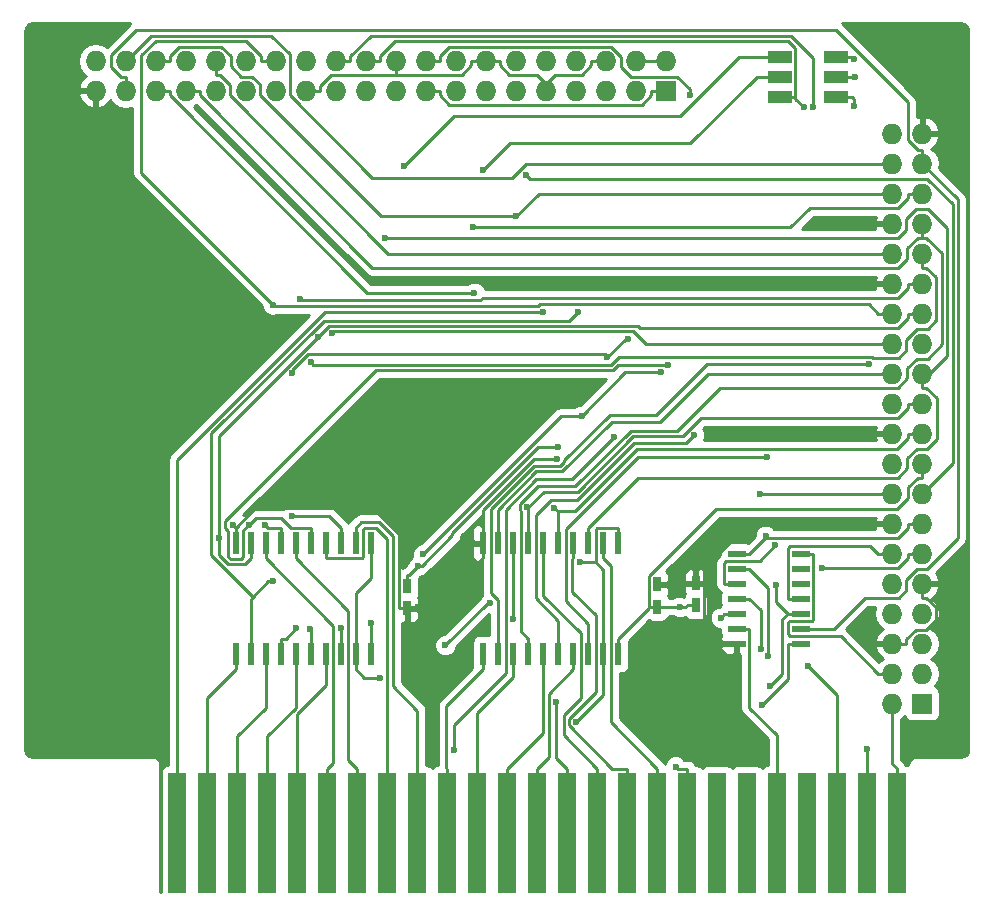
<source format=gbr>
G04 #@! TF.FileFunction,Copper,L1,Top,Signal*
%FSLAX46Y46*%
G04 Gerber Fmt 4.6, Leading zero omitted, Abs format (unit mm)*
G04 Created by KiCad (PCBNEW 4.0.7) date 05/02/18 00:33:43*
%MOMM*%
%LPD*%
G01*
G04 APERTURE LIST*
%ADD10C,0.100000*%
%ADD11R,1.727200X1.727200*%
%ADD12O,1.727200X1.727200*%
%ADD13R,1.524000X10.160000*%
%ADD14R,2.000000X1.100000*%
%ADD15R,0.750000X1.200000*%
%ADD16R,1.500000X0.600000*%
%ADD17R,0.600000X1.950000*%
%ADD18C,0.600000*%
%ADD19C,0.250000*%
%ADD20C,0.254000*%
G04 APERTURE END LIST*
D10*
D11*
X180784000Y-126873000D03*
D12*
X178244000Y-126873000D03*
X180784000Y-124333000D03*
X178244000Y-124333000D03*
X180784000Y-121793000D03*
X178244000Y-121793000D03*
X180784000Y-119253000D03*
X178244000Y-119253000D03*
X180784000Y-116713000D03*
X178244000Y-116713000D03*
X180784000Y-114173000D03*
X178244000Y-114173000D03*
X180784000Y-111633000D03*
X178244000Y-111633000D03*
X180784000Y-109093000D03*
X178244000Y-109093000D03*
X180784000Y-106553000D03*
X178244000Y-106553000D03*
X180784000Y-104013000D03*
X178244000Y-104013000D03*
X180784000Y-101473000D03*
X178244000Y-101473000D03*
X180784000Y-98933000D03*
X178244000Y-98933000D03*
X180784000Y-96393000D03*
X178244000Y-96393000D03*
X180784000Y-93853000D03*
X178244000Y-93853000D03*
X180784000Y-91313000D03*
X178244000Y-91313000D03*
X180784000Y-88773000D03*
X178244000Y-88773000D03*
X180784000Y-86233000D03*
X178244000Y-86233000D03*
X180784000Y-83693000D03*
X178244000Y-83693000D03*
X180784000Y-81153000D03*
X178244000Y-81153000D03*
X180784000Y-78613000D03*
X178244000Y-78613000D03*
D13*
X178689000Y-137795000D03*
X176149000Y-137795000D03*
X173609000Y-137795000D03*
X171069000Y-137795000D03*
X168529000Y-137795000D03*
X165989000Y-137795000D03*
X163449000Y-137795000D03*
X160909000Y-137795000D03*
X158369000Y-137795000D03*
X155829000Y-137795000D03*
X153289000Y-137795000D03*
X150749000Y-137795000D03*
X148209000Y-137795000D03*
X145669000Y-137795000D03*
X143129000Y-137795000D03*
X140589000Y-137795000D03*
X138049000Y-137795000D03*
X135509000Y-137795000D03*
X132969000Y-137795000D03*
X130429000Y-137795000D03*
X127889000Y-137795000D03*
X125349000Y-137795000D03*
X122809000Y-137795000D03*
X120269000Y-137795000D03*
X117729000Y-137795000D03*
D14*
X168732000Y-72087000D03*
X168732000Y-73787000D03*
X168732000Y-75487000D03*
X173532000Y-75487000D03*
X173532000Y-73787000D03*
X173532000Y-72087000D03*
D15*
X161608000Y-118567000D03*
X161608000Y-116667000D03*
X158369000Y-118679000D03*
X158369000Y-116779000D03*
X137185000Y-116906000D03*
X137185000Y-118806000D03*
D16*
X165098000Y-114173000D03*
X165098000Y-115443000D03*
X165098000Y-116713000D03*
X165098000Y-117983000D03*
X165098000Y-119253000D03*
X165098000Y-120523000D03*
X165098000Y-121793000D03*
X170498000Y-121793000D03*
X170498000Y-120523000D03*
X170498000Y-119253000D03*
X170498000Y-117983000D03*
X170498000Y-116713000D03*
X170498000Y-115443000D03*
X170498000Y-114173000D03*
D17*
X134112000Y-113282000D03*
X132842000Y-113282000D03*
X131572000Y-113282000D03*
X130302000Y-113282000D03*
X129032000Y-113282000D03*
X127762000Y-113282000D03*
X126492000Y-113282000D03*
X125222000Y-113282000D03*
X123952000Y-113282000D03*
X122682000Y-113282000D03*
X122682000Y-122682000D03*
X123952000Y-122682000D03*
X125222000Y-122682000D03*
X126492000Y-122682000D03*
X127762000Y-122682000D03*
X129032000Y-122682000D03*
X130302000Y-122682000D03*
X131572000Y-122682000D03*
X132842000Y-122682000D03*
X134112000Y-122682000D03*
X155067000Y-113282000D03*
X153797000Y-113282000D03*
X152527000Y-113282000D03*
X151257000Y-113282000D03*
X149987000Y-113282000D03*
X148717000Y-113282000D03*
X147447000Y-113282000D03*
X146177000Y-113282000D03*
X144907000Y-113282000D03*
X143637000Y-113282000D03*
X143637000Y-122682000D03*
X144907000Y-122682000D03*
X146177000Y-122682000D03*
X147447000Y-122682000D03*
X148717000Y-122682000D03*
X149987000Y-122682000D03*
X151257000Y-122682000D03*
X152527000Y-122682000D03*
X153797000Y-122682000D03*
X155067000Y-122682000D03*
D11*
X159068000Y-74993500D03*
D12*
X159068000Y-72453500D03*
X156528000Y-74993500D03*
X156528000Y-72453500D03*
X153988000Y-74993500D03*
X153988000Y-72453500D03*
X151448000Y-74993500D03*
X151448000Y-72453500D03*
X148908000Y-74993500D03*
X148908000Y-72453500D03*
X146368000Y-74993500D03*
X146368000Y-72453500D03*
X143828000Y-74993500D03*
X143828000Y-72453500D03*
X141288000Y-74993500D03*
X141288000Y-72453500D03*
X138748000Y-74993500D03*
X138748000Y-72453500D03*
X136208000Y-74993500D03*
X136208000Y-72453500D03*
X133668000Y-74993500D03*
X133668000Y-72453500D03*
X131128000Y-74993500D03*
X131128000Y-72453500D03*
X128588000Y-74993500D03*
X128588000Y-72453500D03*
X126048000Y-74993500D03*
X126048000Y-72453500D03*
X123508000Y-74993500D03*
X123508000Y-72453500D03*
X120968000Y-74993500D03*
X120968000Y-72453500D03*
X118428000Y-74993500D03*
X118428000Y-72453500D03*
X115888000Y-74993500D03*
X115888000Y-72453500D03*
X113348000Y-74993500D03*
X113348000Y-72453500D03*
X110808000Y-74993500D03*
X110808000Y-72453500D03*
D18*
X159294700Y-98187100D03*
X123814100Y-111722800D03*
X155870800Y-95982800D03*
X127478500Y-98904000D03*
X127478500Y-110954400D03*
X154150800Y-97550800D03*
X125812600Y-116532600D03*
X151662100Y-93678100D03*
X131572000Y-120487300D03*
X130835100Y-95534600D03*
X129678500Y-95804600D03*
X121290000Y-112876500D03*
X125193700Y-111792900D03*
X125820200Y-93085000D03*
X127803600Y-120500900D03*
X128149800Y-92606800D03*
X129032000Y-97984900D03*
X128961300Y-120519700D03*
X151969500Y-102509200D03*
X158717500Y-98825900D03*
X138531400Y-114237200D03*
X159917100Y-132201600D03*
X146180800Y-119750700D03*
X149826700Y-126733700D03*
X148652800Y-93720000D03*
X160394700Y-116667000D03*
X138083000Y-118706300D03*
X149880200Y-106143600D03*
X122406900Y-111747100D03*
X176149000Y-130759200D03*
X167776200Y-122862400D03*
X167150800Y-122260100D03*
X167895000Y-125414300D03*
X168408100Y-116834200D03*
X167245500Y-126972500D03*
X136960900Y-81341900D03*
X154697200Y-104328600D03*
X141147500Y-130781500D03*
X171167500Y-123684900D03*
X160255300Y-118679000D03*
X138134600Y-115212900D03*
X134112200Y-120079400D03*
X149962300Y-105161100D03*
X175012300Y-76274500D03*
X175089200Y-73787000D03*
X175034500Y-72267100D03*
X143600600Y-81719900D03*
X170774400Y-76390300D03*
X140415000Y-121937200D03*
X144240400Y-118337700D03*
X163734800Y-119599200D03*
X161504900Y-104154100D03*
X167623200Y-105982600D03*
X172290500Y-115361900D03*
X167548900Y-112651100D03*
X147291300Y-82153900D03*
X168357400Y-113475400D03*
X167093100Y-109093000D03*
X161111500Y-75385600D03*
X149614300Y-110270300D03*
X147377200Y-110224800D03*
X135353500Y-87422000D03*
X171586600Y-76401700D03*
X176267200Y-98119800D03*
X142872800Y-92080900D03*
X142766000Y-86556500D03*
X146437200Y-85600100D03*
X134877800Y-124714200D03*
X151865300Y-114926100D03*
X151522700Y-128456300D03*
D19*
X129032000Y-113282000D02*
X129032000Y-111981700D01*
X155035800Y-98187100D02*
X159294700Y-98187100D01*
X154596500Y-98626400D02*
X155035800Y-98187100D01*
X134535800Y-98626400D02*
X154596500Y-98626400D01*
X121740300Y-111421900D02*
X134535800Y-98626400D01*
X121740300Y-111980600D02*
X121740300Y-111421900D01*
X122049200Y-112289500D02*
X121740300Y-111980600D01*
X122049200Y-114420500D02*
X122049200Y-112289500D01*
X122248300Y-114619600D02*
X122049200Y-114420500D01*
X123141900Y-114619600D02*
X122248300Y-114619600D01*
X123315000Y-114446500D02*
X123141900Y-114619600D01*
X123315000Y-112183900D02*
X123315000Y-114446500D01*
X123776100Y-111722800D02*
X123315000Y-112183900D01*
X123814100Y-111722800D02*
X123776100Y-111722800D01*
X124395000Y-111141900D02*
X123814100Y-111722800D01*
X126510300Y-111141900D02*
X124395000Y-111141900D01*
X127350100Y-111981700D02*
X126510300Y-111141900D01*
X129032000Y-111981700D02*
X127350100Y-111981700D01*
X131572000Y-113282000D02*
X131572000Y-111981700D01*
X130544700Y-110954400D02*
X127478500Y-110954400D01*
X131572000Y-111981700D02*
X130544700Y-110954400D01*
X153909700Y-97309700D02*
X154150800Y-97550800D01*
X128821600Y-97309700D02*
X153909700Y-97309700D01*
X127478500Y-98652800D02*
X128821600Y-97309700D01*
X127478500Y-98904000D02*
X127478500Y-98652800D01*
X155718800Y-95982800D02*
X155870800Y-95982800D01*
X154150800Y-97550800D02*
X155718800Y-95982800D01*
X123952000Y-122682000D02*
X123952000Y-121381700D01*
X150884700Y-94455500D02*
X151662100Y-93678100D01*
X130124500Y-94455500D02*
X150884700Y-94455500D01*
X120616700Y-103963300D02*
X130124500Y-94455500D01*
X120616700Y-114318500D02*
X120616700Y-103963300D01*
X124138900Y-117840600D02*
X120616700Y-114318500D01*
X125446900Y-116532600D02*
X124138900Y-117840600D01*
X125812600Y-116532600D02*
X125446900Y-116532600D01*
X123952000Y-118027500D02*
X123952000Y-121381700D01*
X124138900Y-117840600D02*
X123952000Y-118027500D01*
X131572000Y-120487300D02*
X131572000Y-122682000D01*
X131013400Y-95356300D02*
X130835100Y-95534600D01*
X156350700Y-95356300D02*
X131013400Y-95356300D01*
X157387400Y-96393000D02*
X156350700Y-95356300D01*
X178244000Y-96393000D02*
X157387400Y-96393000D01*
X180784000Y-93853000D02*
X179595100Y-93853000D01*
X123952000Y-113282000D02*
X123952000Y-114582300D01*
X123461000Y-115073300D02*
X123952000Y-114582300D01*
X122065100Y-115073300D02*
X123461000Y-115073300D01*
X121290000Y-114298200D02*
X122065100Y-115073300D01*
X121290000Y-112876500D02*
X121290000Y-114298200D01*
X121290000Y-104193100D02*
X121290000Y-112876500D01*
X129678500Y-95804600D02*
X121290000Y-104193100D01*
X130577200Y-94905900D02*
X129678500Y-95804600D01*
X156707000Y-94905900D02*
X130577200Y-94905900D01*
X156894000Y-95092900D02*
X156707000Y-94905900D01*
X178726800Y-95092900D02*
X156894000Y-95092900D01*
X179595100Y-94224600D02*
X178726800Y-95092900D01*
X179595100Y-93853000D02*
X179595100Y-94224600D01*
X126048000Y-72453500D02*
X124859100Y-72453500D01*
X178244000Y-93853000D02*
X177055100Y-93853000D01*
X126492000Y-113282000D02*
X126492000Y-111981700D01*
X125382500Y-111981700D02*
X125193700Y-111792900D01*
X126492000Y-111981700D02*
X125382500Y-111981700D01*
X124859100Y-72084000D02*
X124859100Y-72453500D01*
X123535500Y-70760400D02*
X124859100Y-72084000D01*
X115894600Y-70760400D02*
X123535500Y-70760400D01*
X114678800Y-71976200D02*
X115894600Y-70760400D01*
X114678800Y-81943600D02*
X114678800Y-71976200D01*
X125820200Y-93085000D02*
X114678800Y-81943600D01*
X176254900Y-93052800D02*
X177055100Y-93853000D01*
X148435700Y-93052800D02*
X176254900Y-93052800D01*
X148251100Y-93237400D02*
X148435700Y-93052800D01*
X125972600Y-93237400D02*
X148251100Y-93237400D01*
X125820200Y-93085000D02*
X125972600Y-93237400D01*
X126492000Y-122682000D02*
X126492000Y-121381700D01*
X126922800Y-121381700D02*
X127803600Y-120500900D01*
X126492000Y-121381700D02*
X126922800Y-121381700D01*
X180784000Y-91313000D02*
X179595100Y-91313000D01*
X128258700Y-92715700D02*
X128149800Y-92606800D01*
X143401000Y-92715700D02*
X128258700Y-92715700D01*
X143614800Y-92501900D02*
X143401000Y-92715700D01*
X178777800Y-92501900D02*
X143614800Y-92501900D01*
X179595100Y-91684600D02*
X178777800Y-92501900D01*
X179595100Y-91313000D02*
X179595100Y-91684600D01*
X180784000Y-88773000D02*
X180784000Y-89961900D01*
X129032000Y-120590400D02*
X128961300Y-120519700D01*
X129032000Y-122682000D02*
X129032000Y-120590400D01*
X181153500Y-89961900D02*
X180784000Y-89961900D01*
X181976500Y-90784900D02*
X181153500Y-89961900D01*
X181976500Y-94415600D02*
X181976500Y-90784900D01*
X181269100Y-95123000D02*
X181976500Y-94415600D01*
X180363900Y-95123000D02*
X181269100Y-95123000D01*
X179433000Y-96053900D02*
X180363900Y-95123000D01*
X179433000Y-96942000D02*
X179433000Y-96053900D01*
X178793100Y-97581900D02*
X179433000Y-96942000D01*
X176613700Y-97581900D02*
X178793100Y-97581900D01*
X176523700Y-97491900D02*
X176613700Y-97581900D01*
X155094100Y-97491900D02*
X176523700Y-97491900D01*
X154409900Y-98176100D02*
X155094100Y-97491900D01*
X129223200Y-98176100D02*
X154409900Y-98176100D01*
X129032000Y-97984900D02*
X129223200Y-98176100D01*
X156528000Y-72453500D02*
X159068000Y-72453500D01*
X178244000Y-131944700D02*
X178689000Y-132389700D01*
X178244000Y-126873000D02*
X178244000Y-131944700D01*
X178689000Y-137795000D02*
X178689000Y-132389700D01*
X178244000Y-124333000D02*
X177055100Y-124333000D01*
X170498000Y-114173000D02*
X171573300Y-114173000D01*
X171573300Y-119771600D02*
X171573300Y-114173000D01*
X171447300Y-119897600D02*
X171573300Y-119771600D01*
X169556100Y-119897600D02*
X171447300Y-119897600D01*
X169422600Y-120031100D02*
X169556100Y-119897600D01*
X169422600Y-120965800D02*
X169422600Y-120031100D01*
X169624400Y-121167600D02*
X169422600Y-120965800D01*
X173889700Y-121167600D02*
X169624400Y-121167600D01*
X177055100Y-124333000D02*
X173889700Y-121167600D01*
X150259400Y-102509200D02*
X138531400Y-114237200D01*
X151969500Y-102509200D02*
X150259400Y-102509200D01*
X158717500Y-98826000D02*
X158717500Y-98825900D01*
X155652700Y-98826000D02*
X158717500Y-98826000D01*
X151969500Y-102509200D02*
X155652700Y-98826000D01*
X165098000Y-120523000D02*
X166173300Y-120523000D01*
X166173300Y-127208200D02*
X166173300Y-120523000D01*
X168529000Y-129563900D02*
X166173300Y-127208200D01*
X168529000Y-137795000D02*
X168529000Y-129563900D01*
X160909000Y-137795000D02*
X160909000Y-132389700D01*
X160105200Y-132389700D02*
X160909000Y-132389700D01*
X159917100Y-132201600D02*
X160105200Y-132389700D01*
X154422300Y-128443000D02*
X158369000Y-132389700D01*
X154422300Y-115207600D02*
X154422300Y-128443000D01*
X153797000Y-114582300D02*
X154422300Y-115207600D01*
X153797000Y-113282000D02*
X153797000Y-114582300D01*
X158369000Y-137795000D02*
X158369000Y-132389700D01*
X154568400Y-132389700D02*
X155829000Y-132389700D01*
X150897400Y-128718700D02*
X154568400Y-132389700D01*
X150897400Y-128173400D02*
X150897400Y-128718700D01*
X153152400Y-125918400D02*
X150897400Y-128173400D01*
X153152400Y-119379900D02*
X153152400Y-125918400D01*
X151182300Y-117409800D02*
X153152400Y-119379900D01*
X151182300Y-114657000D02*
X151182300Y-117409800D01*
X151257000Y-114582300D02*
X151182300Y-114657000D01*
X151257000Y-113282000D02*
X151257000Y-114582300D01*
X155829000Y-137795000D02*
X155829000Y-132389700D01*
X153289000Y-137795000D02*
X153289000Y-132389700D01*
X150447000Y-129547700D02*
X153289000Y-132389700D01*
X150447000Y-127857200D02*
X150447000Y-129547700D01*
X151882400Y-126421800D02*
X150447000Y-127857200D01*
X151882400Y-120900000D02*
X151882400Y-126421800D01*
X148717000Y-117734600D02*
X151882400Y-120900000D01*
X148717000Y-113282000D02*
X148717000Y-117734600D01*
X146180800Y-114586100D02*
X146180800Y-119750700D01*
X146177000Y-114582300D02*
X146180800Y-114586100D01*
X149826700Y-131467400D02*
X150749000Y-132389700D01*
X149826700Y-126733700D02*
X149826700Y-131467400D01*
X150749000Y-137795000D02*
X150749000Y-132389700D01*
X146177000Y-113282000D02*
X146177000Y-114582300D01*
X149183300Y-131415400D02*
X148209000Y-132389700D01*
X149183300Y-126056100D02*
X149183300Y-131415400D01*
X151257000Y-123982400D02*
X149183300Y-126056100D01*
X151257000Y-122682000D02*
X151257000Y-123982400D01*
X148209000Y-137795000D02*
X148209000Y-132389700D01*
X145669000Y-137795000D02*
X145669000Y-132389700D01*
X148717000Y-129341700D02*
X145669000Y-132389700D01*
X148717000Y-122682000D02*
X148717000Y-129341700D01*
X146177000Y-122682000D02*
X146177000Y-123982300D01*
X146177000Y-124619200D02*
X146177000Y-123982300D01*
X143129000Y-127667200D02*
X146177000Y-124619200D01*
X143129000Y-137795000D02*
X143129000Y-127667200D01*
X143637000Y-122682000D02*
X143637000Y-123982300D01*
X140589000Y-137795000D02*
X140589000Y-132389700D01*
X140522200Y-132322900D02*
X140589000Y-132389700D01*
X140522200Y-127097100D02*
X140522200Y-132322900D01*
X143637000Y-123982300D02*
X140522200Y-127097100D01*
X132842000Y-113282000D02*
X132842000Y-111981700D01*
X138049000Y-127470700D02*
X138049000Y-137795000D01*
X135959400Y-125381100D02*
X138049000Y-127470700D01*
X135959400Y-112662500D02*
X135959400Y-125381100D01*
X134806700Y-111509800D02*
X135959400Y-112662500D01*
X133313900Y-111509800D02*
X134806700Y-111509800D01*
X132842000Y-111981700D02*
X133313900Y-111509800D01*
X130302000Y-113282000D02*
X130302000Y-114582300D01*
X135509000Y-137795000D02*
X135509000Y-132389700D01*
X135509000Y-112928600D02*
X135509000Y-132389700D01*
X134562100Y-111981700D02*
X135509000Y-112928600D01*
X133622600Y-111981700D02*
X134562100Y-111981700D01*
X133477000Y-112127300D02*
X133622600Y-111981700D01*
X133477000Y-114446600D02*
X133477000Y-112127300D01*
X133341300Y-114582300D02*
X133477000Y-114446600D01*
X130302000Y-114582300D02*
X133341300Y-114582300D01*
X127762000Y-113282000D02*
X127762000Y-114582300D01*
X132969000Y-137795000D02*
X132969000Y-132389700D01*
X132197300Y-131618000D02*
X132969000Y-132389700D01*
X132197300Y-119017600D02*
X132197300Y-131618000D01*
X127762000Y-114582300D02*
X132197300Y-119017600D01*
X130927400Y-131891300D02*
X130429000Y-132389700D01*
X130927400Y-120287700D02*
X130927400Y-131891300D01*
X125222000Y-114582300D02*
X130927400Y-120287700D01*
X125222000Y-113282000D02*
X125222000Y-114582300D01*
X130429000Y-137795000D02*
X130429000Y-132389700D01*
X127889000Y-127718600D02*
X127889000Y-137795000D01*
X130302000Y-125305600D02*
X127889000Y-127718600D01*
X130302000Y-122682000D02*
X130302000Y-125305600D01*
X125349000Y-129621700D02*
X125349000Y-137795000D01*
X127762000Y-127208700D02*
X125349000Y-129621700D01*
X127762000Y-122682000D02*
X127762000Y-127208700D01*
X122809000Y-129621700D02*
X122809000Y-137795000D01*
X125222000Y-127208700D02*
X122809000Y-129621700D01*
X125222000Y-122682000D02*
X125222000Y-127208700D01*
X120269000Y-126395300D02*
X120269000Y-137795000D01*
X122682000Y-123982300D02*
X120269000Y-126395300D01*
X122682000Y-122682000D02*
X122682000Y-123982300D01*
X130223100Y-93720000D02*
X148652800Y-93720000D01*
X117729000Y-106214100D02*
X130223100Y-93720000D01*
X117729000Y-137795000D02*
X117729000Y-106214100D01*
X153988000Y-72453500D02*
X152799100Y-72453500D01*
X143828000Y-72453500D02*
X145016900Y-72453500D01*
X145016900Y-72825100D02*
X145016900Y-72453500D01*
X145834200Y-73642400D02*
X145016900Y-72825100D01*
X148145400Y-73642400D02*
X145834200Y-73642400D01*
X148908000Y-74405000D02*
X148145400Y-73642400D01*
X148908000Y-74993500D02*
X148908000Y-74405000D01*
X152799100Y-72825100D02*
X152799100Y-72453500D01*
X151981800Y-73642400D02*
X152799100Y-72825100D01*
X149670600Y-73642400D02*
X151981800Y-73642400D01*
X148908000Y-74405000D02*
X149670600Y-73642400D01*
X158369000Y-116779000D02*
X159069300Y-116779000D01*
X159181300Y-116667000D02*
X159069300Y-116779000D01*
X160394700Y-116667000D02*
X159181300Y-116667000D01*
X179432900Y-121421400D02*
X179432900Y-121793000D01*
X180250200Y-120604100D02*
X179432900Y-121421400D01*
X181147700Y-120604100D02*
X180250200Y-120604100D01*
X181973500Y-119778300D02*
X181147700Y-120604100D01*
X181973500Y-118719900D02*
X181973500Y-119778300D01*
X181155500Y-117901900D02*
X181973500Y-118719900D01*
X180784000Y-117901900D02*
X181155500Y-117901900D01*
X180784000Y-116713000D02*
X180784000Y-117901900D01*
X178244000Y-121793000D02*
X179432900Y-121793000D01*
X122682000Y-113282000D02*
X122682000Y-111981700D01*
X137360100Y-118806000D02*
X137535200Y-118806000D01*
X137360100Y-118806000D02*
X137185000Y-118806000D01*
X137185000Y-118806000D02*
X136484700Y-118806000D01*
X160394700Y-116667000D02*
X161608000Y-116667000D01*
X162308300Y-120078600D02*
X164022700Y-121793000D01*
X162308300Y-116667000D02*
X162308300Y-120078600D01*
X161608000Y-116667000D02*
X162308300Y-116667000D01*
X165098000Y-121793000D02*
X164022700Y-121793000D01*
X162308300Y-115422200D02*
X162308300Y-116667000D01*
X166097500Y-111633000D02*
X162308300Y-115422200D01*
X178244000Y-111633000D02*
X166097500Y-111633000D01*
X147933100Y-106143600D02*
X149880200Y-106143600D01*
X143637000Y-110439700D02*
X147933100Y-106143600D01*
X143637000Y-113282000D02*
X143637000Y-110439700D01*
X143637000Y-113282000D02*
X143637000Y-114582300D01*
X137983300Y-118806000D02*
X138083000Y-118706300D01*
X137535200Y-118806000D02*
X137983300Y-118806000D01*
X139513000Y-118706300D02*
X143637000Y-114582300D01*
X138083000Y-118706300D02*
X139513000Y-118706300D01*
X122458500Y-111747100D02*
X122682000Y-111970600D01*
X122406900Y-111747100D02*
X122458500Y-111747100D01*
X124328900Y-110323700D02*
X122682000Y-111970600D01*
X134258700Y-110323700D02*
X124328900Y-110323700D01*
X136484700Y-112549700D02*
X134258700Y-110323700D01*
X136484700Y-118806000D02*
X136484700Y-112549700D01*
X122682000Y-111970600D02*
X122682000Y-111981700D01*
X128588000Y-74993500D02*
X129776900Y-74993500D01*
X143828000Y-72453500D02*
X142639100Y-72453500D01*
X136208000Y-72453500D02*
X136208000Y-73642400D01*
X130756400Y-73642400D02*
X136208000Y-73642400D01*
X129776900Y-74621900D02*
X130756400Y-73642400D01*
X129776900Y-74993500D02*
X129776900Y-74621900D01*
X142639100Y-72825100D02*
X142639100Y-72453500D01*
X141821800Y-73642400D02*
X142639100Y-72825100D01*
X136208000Y-73642400D02*
X141821800Y-73642400D01*
X176149000Y-137795000D02*
X176149000Y-130759200D01*
X167776200Y-117045900D02*
X167776200Y-122862400D01*
X166173300Y-115443000D02*
X167776200Y-117045900D01*
X165098000Y-115443000D02*
X166173300Y-115443000D01*
X165098000Y-117983000D02*
X166173300Y-117983000D01*
X167150700Y-122260100D02*
X167150800Y-122260100D01*
X167150700Y-118960400D02*
X167150700Y-122260100D01*
X166173300Y-117983000D02*
X167150700Y-118960400D01*
X170498000Y-119253000D02*
X169422700Y-119253000D01*
X168408200Y-116834200D02*
X168408100Y-116834200D01*
X168408200Y-118238500D02*
X168408200Y-116834200D01*
X169422700Y-119253000D02*
X168408200Y-118238500D01*
X168930100Y-124379200D02*
X167895000Y-125414300D01*
X168930100Y-119745600D02*
X168930100Y-124379200D01*
X169422700Y-119253000D02*
X168930100Y-119745600D01*
X170498000Y-121793000D02*
X169422700Y-121793000D01*
X169422700Y-124795300D02*
X167245500Y-126972500D01*
X169422700Y-121793000D02*
X169422700Y-124795300D01*
X165301100Y-72087000D02*
X168732000Y-72087000D01*
X160265600Y-77122500D02*
X165301100Y-72087000D01*
X141180300Y-77122500D02*
X160265600Y-77122500D01*
X136960900Y-81341900D02*
X141180300Y-77122500D01*
X151178400Y-107847400D02*
X154697200Y-104328600D01*
X148140000Y-107847400D02*
X151178400Y-107847400D01*
X145539900Y-110447500D02*
X148140000Y-107847400D01*
X145539900Y-124301100D02*
X145539900Y-110447500D01*
X141147500Y-128693500D02*
X145539900Y-124301100D01*
X141147500Y-130781500D02*
X141147500Y-128693500D01*
X173609000Y-126126400D02*
X171167500Y-123684900D01*
X173609000Y-137795000D02*
X173609000Y-126126400D01*
X161608000Y-118567000D02*
X160907700Y-118567000D01*
X160795700Y-118679000D02*
X160907700Y-118567000D01*
X160255300Y-118679000D02*
X160795700Y-118679000D01*
X137185000Y-116906000D02*
X137185000Y-115980700D01*
X139936900Y-75365100D02*
X139936900Y-74993500D01*
X140754200Y-76182400D02*
X139936900Y-75365100D01*
X157061700Y-76182400D02*
X140754200Y-76182400D01*
X157879100Y-75365000D02*
X157061700Y-76182400D01*
X157879100Y-74993500D02*
X157879100Y-75365000D01*
X159068000Y-74993500D02*
X157879100Y-74993500D01*
X138748000Y-74993500D02*
X139936900Y-74993500D01*
X155067000Y-122682000D02*
X155067000Y-121381700D01*
X160255300Y-118679000D02*
X158369000Y-118679000D01*
X157668700Y-118780000D02*
X155067000Y-121381700D01*
X157668700Y-118679000D02*
X157668700Y-118780000D01*
X158369000Y-118679000D02*
X157781300Y-118679000D01*
X157781300Y-118679000D02*
X157668700Y-118679000D01*
X180784000Y-106553000D02*
X180784000Y-107741900D01*
X180412400Y-107741900D02*
X180784000Y-107741900D01*
X179595100Y-108559200D02*
X180412400Y-107741900D01*
X179595100Y-109445200D02*
X179595100Y-108559200D01*
X178677200Y-110363100D02*
X179595100Y-109445200D01*
X163334100Y-110363100D02*
X178677200Y-110363100D01*
X157668700Y-116028500D02*
X163334100Y-110363100D01*
X157668700Y-118679000D02*
X157668700Y-116028500D01*
X134112000Y-122682000D02*
X134112000Y-121381700D01*
X134112000Y-120079600D02*
X134112200Y-120079400D01*
X134112000Y-121381700D02*
X134112000Y-120079600D01*
X137366800Y-115980700D02*
X138134600Y-115212900D01*
X137185000Y-115980700D02*
X137366800Y-115980700D01*
X148244400Y-105161100D02*
X149962300Y-105161100D01*
X141012400Y-112393100D02*
X148244400Y-105161100D01*
X141012400Y-112640700D02*
X141012400Y-112393100D01*
X138440200Y-115212900D02*
X141012400Y-112640700D01*
X138134600Y-115212900D02*
X138440200Y-115212900D01*
X173532000Y-75487000D02*
X174857300Y-75487000D01*
X175012300Y-75642000D02*
X175012300Y-76274500D01*
X174857300Y-75487000D02*
X175012300Y-75642000D01*
X173532000Y-73787000D02*
X174857300Y-73787000D01*
X174857300Y-73787000D02*
X175089200Y-73787000D01*
X173532000Y-72087000D02*
X174857300Y-72087000D01*
X174857300Y-72089900D02*
X174857300Y-72087000D01*
X175034500Y-72267100D02*
X174857300Y-72089900D01*
X145882000Y-79438500D02*
X143600600Y-81719900D01*
X161141000Y-79438500D02*
X145882000Y-79438500D01*
X166792500Y-73787000D02*
X161141000Y-79438500D01*
X168732000Y-73787000D02*
X166792500Y-73787000D01*
X168732000Y-75487000D02*
X170057300Y-75487000D01*
X170057300Y-75673200D02*
X170057300Y-75487000D01*
X170774400Y-76390300D02*
X170057300Y-75673200D01*
X133668000Y-72453500D02*
X134856900Y-72453500D01*
X134856900Y-72082000D02*
X134856900Y-72453500D01*
X136170000Y-70768900D02*
X134856900Y-72082000D01*
X169445700Y-70768900D02*
X136170000Y-70768900D01*
X170057300Y-71380500D02*
X169445700Y-70768900D01*
X170057300Y-75487000D02*
X170057300Y-71380500D01*
X144014500Y-118337700D02*
X144240400Y-118337700D01*
X140415000Y-121937200D02*
X144014500Y-118337700D01*
X164022700Y-119311300D02*
X163734800Y-119599200D01*
X164022700Y-119253000D02*
X164022700Y-119311300D01*
X165098000Y-119253000D02*
X164022700Y-119253000D01*
X149987000Y-119862400D02*
X149987000Y-122682000D01*
X148091600Y-117967000D02*
X149987000Y-119862400D01*
X148091600Y-110908700D02*
X148091600Y-117967000D01*
X149355300Y-109645000D02*
X148091600Y-110908700D01*
X151568700Y-109645000D02*
X149355300Y-109645000D01*
X156380800Y-104832900D02*
X151568700Y-109645000D01*
X160826100Y-104832900D02*
X156380800Y-104832900D01*
X161504900Y-104154100D02*
X160826100Y-104832900D01*
X156729200Y-105982600D02*
X167623200Y-105982600D01*
X150631600Y-112080200D02*
X156729200Y-105982600D01*
X150631600Y-118212600D02*
X150631600Y-112080200D01*
X152527000Y-120108000D02*
X150631600Y-118212600D01*
X152527000Y-122682000D02*
X152527000Y-120108000D01*
X180784000Y-114173000D02*
X179595100Y-114173000D01*
X178777800Y-115361900D02*
X172290500Y-115361900D01*
X179595100Y-114544600D02*
X178777800Y-115361900D01*
X179595100Y-114173000D02*
X179595100Y-114544600D01*
X176398100Y-113516000D02*
X177055100Y-114173000D01*
X169633900Y-113516000D02*
X176398100Y-113516000D01*
X169422700Y-113727200D02*
X169633900Y-113516000D01*
X169422700Y-117983000D02*
X169422700Y-113727200D01*
X170498000Y-117983000D02*
X169422700Y-117983000D01*
X178244000Y-114173000D02*
X177055100Y-114173000D01*
X165098000Y-114173000D02*
X166173300Y-114173000D01*
X180784000Y-111633000D02*
X179595100Y-111633000D01*
X167573400Y-112821900D02*
X167548900Y-112797400D01*
X178777800Y-112821900D02*
X167573400Y-112821900D01*
X179595100Y-112004600D02*
X178777800Y-112821900D01*
X179595100Y-111633000D02*
X179595100Y-112004600D01*
X166173300Y-114173000D02*
X167548900Y-112797400D01*
X167548900Y-112797400D02*
X167548900Y-112651100D01*
X183369700Y-106507300D02*
X180784000Y-109093000D01*
X183369700Y-84583500D02*
X183369700Y-106507300D01*
X181209200Y-82423000D02*
X183369700Y-84583500D01*
X147560400Y-82423000D02*
X181209200Y-82423000D01*
X147291300Y-82153900D02*
X147560400Y-82423000D01*
X165098000Y-116713000D02*
X164022700Y-116713000D01*
X178244000Y-109093000D02*
X177055100Y-109093000D01*
X164022700Y-115000100D02*
X164022700Y-116713000D01*
X164224400Y-114798400D02*
X164022700Y-115000100D01*
X167034400Y-114798400D02*
X164224400Y-114798400D01*
X168357400Y-113475400D02*
X167034400Y-114798400D01*
X177055100Y-109093000D02*
X167093100Y-109093000D01*
X161111500Y-74840700D02*
X161111500Y-75385600D01*
X160075300Y-73804500D02*
X161111500Y-74840700D01*
X156141000Y-73804500D02*
X160075300Y-73804500D01*
X155339000Y-73002500D02*
X156141000Y-73804500D01*
X155339000Y-72122100D02*
X155339000Y-73002500D01*
X154481400Y-71264500D02*
X155339000Y-72122100D01*
X140754400Y-71264500D02*
X154481400Y-71264500D01*
X139936900Y-72082000D02*
X140754400Y-71264500D01*
X139936900Y-72453500D02*
X139936900Y-72082000D01*
X138748000Y-72453500D02*
X139936900Y-72453500D01*
X149987000Y-113282000D02*
X149987000Y-111981700D01*
X180784000Y-104013000D02*
X179595100Y-104013000D01*
X149987000Y-110578600D02*
X149987000Y-111981700D01*
X151390100Y-110578600D02*
X149987000Y-110578600D01*
X156618800Y-105349900D02*
X151390100Y-110578600D01*
X178629700Y-105349900D02*
X156618800Y-105349900D01*
X179595100Y-104384500D02*
X178629700Y-105349900D01*
X179595100Y-104013000D02*
X179595100Y-104384500D01*
X149922600Y-110578600D02*
X149614300Y-110270300D01*
X149987000Y-110578600D02*
X149922600Y-110578600D01*
X147447000Y-113282000D02*
X147447000Y-111981700D01*
X180784000Y-101473000D02*
X179595100Y-101473000D01*
X147447000Y-110224800D02*
X147377200Y-110224800D01*
X147447000Y-111981700D02*
X147447000Y-110224800D01*
X179595100Y-101844600D02*
X179595100Y-101473000D01*
X178777800Y-102661900D02*
X179595100Y-101844600D01*
X162112500Y-102661900D02*
X178777800Y-102661900D01*
X160550100Y-104224300D02*
X162112500Y-102661900D01*
X156352400Y-104224300D02*
X160550100Y-104224300D01*
X151657000Y-108919700D02*
X156352400Y-104224300D01*
X148752100Y-108919700D02*
X151657000Y-108919700D01*
X147447000Y-110224800D02*
X148752100Y-108919700D01*
X152527000Y-113282000D02*
X152527000Y-111981700D01*
X180784000Y-98933000D02*
X180784000Y-99527400D01*
X180784000Y-99527400D02*
X180784000Y-100121900D01*
X181155600Y-100121900D02*
X180784000Y-100121900D01*
X182010300Y-100976600D02*
X181155600Y-100121900D01*
X182010300Y-104510100D02*
X182010300Y-100976600D01*
X181237400Y-105283000D02*
X182010300Y-104510100D01*
X180367200Y-105283000D02*
X181237400Y-105283000D01*
X179546700Y-106103500D02*
X180367200Y-105283000D01*
X179546700Y-106953600D02*
X179546700Y-106103500D01*
X178758400Y-107741900D02*
X179546700Y-106953600D01*
X156766800Y-107741900D02*
X178758400Y-107741900D01*
X152527000Y-111981700D02*
X156766800Y-107741900D01*
X182904300Y-97407100D02*
X180784000Y-99527400D01*
X182904300Y-86610000D02*
X182904300Y-97407100D01*
X181316000Y-85021700D02*
X182904300Y-86610000D01*
X180312900Y-85021700D02*
X181316000Y-85021700D01*
X179459300Y-85875300D02*
X180312900Y-85021700D01*
X179459300Y-86745400D02*
X179459300Y-85875300D01*
X178782700Y-87422000D02*
X179459300Y-86745400D01*
X135353500Y-87422000D02*
X178782700Y-87422000D01*
X144907000Y-113282000D02*
X144907000Y-111981700D01*
X178244000Y-98933000D02*
X177055100Y-98933000D01*
X131128000Y-72453500D02*
X132316900Y-72453500D01*
X132316900Y-72082000D02*
X132316900Y-72453500D01*
X134088700Y-70310200D02*
X132316900Y-72082000D01*
X169677500Y-70310200D02*
X134088700Y-70310200D01*
X171586600Y-72219300D02*
X169677500Y-70310200D01*
X171586600Y-76401700D02*
X171586600Y-72219300D01*
X162657100Y-98933000D02*
X177055100Y-98933000D01*
X158578800Y-103011300D02*
X162657100Y-98933000D01*
X154533700Y-103011300D02*
X158578800Y-103011300D01*
X154533700Y-103011400D02*
X154533700Y-103011300D01*
X150325900Y-107219200D02*
X154533700Y-103011400D01*
X148131300Y-107219200D02*
X150325900Y-107219200D01*
X144907000Y-110443500D02*
X148131300Y-107219200D01*
X144907000Y-111981700D02*
X144907000Y-110443500D01*
X144907000Y-122682000D02*
X144907000Y-121381700D01*
X121339600Y-73642400D02*
X120968000Y-73642400D01*
X122156900Y-74459700D02*
X121339600Y-73642400D01*
X122156900Y-75351300D02*
X122156900Y-74459700D01*
X135578600Y-88773000D02*
X122156900Y-75351300D01*
X178244000Y-88773000D02*
X135578600Y-88773000D01*
X120968000Y-72453500D02*
X120968000Y-73642400D01*
X162605100Y-98119800D02*
X176267200Y-98119800D01*
X158263400Y-102461500D02*
X162605100Y-98119800D01*
X154334600Y-102461500D02*
X158263400Y-102461500D01*
X150505500Y-106290600D02*
X154334600Y-102461500D01*
X150505500Y-106402700D02*
X150505500Y-106290600D01*
X150139300Y-106768900D02*
X150505500Y-106402700D01*
X147944700Y-106768900D02*
X150139300Y-106768900D01*
X144281700Y-110431900D02*
X147944700Y-106768900D01*
X144281700Y-117481100D02*
X144281700Y-110431900D01*
X144907000Y-118106400D02*
X144281700Y-117481100D01*
X144907000Y-121381700D02*
X144907000Y-118106400D01*
X180784000Y-86233000D02*
X180784000Y-87421900D01*
X180427900Y-87421900D02*
X180784000Y-87421900D01*
X179514000Y-88335800D02*
X180427900Y-87421900D01*
X179514000Y-89206300D02*
X179514000Y-88335800D01*
X178758300Y-89962000D02*
X179514000Y-89206300D01*
X134213900Y-89962000D02*
X178758300Y-89962000D01*
X119616900Y-75365000D02*
X134213900Y-89962000D01*
X119616900Y-74993500D02*
X119616900Y-75365000D01*
X118428000Y-74993500D02*
X119616900Y-74993500D01*
X147447000Y-122682000D02*
X147447000Y-121381700D01*
X181140700Y-87421900D02*
X180784000Y-87421900D01*
X182453900Y-88735100D02*
X181140700Y-87421900D01*
X182453900Y-96461900D02*
X182453900Y-88735100D01*
X181252800Y-97663000D02*
X182453900Y-96461900D01*
X180371000Y-97663000D02*
X181252800Y-97663000D01*
X179554400Y-98479600D02*
X180371000Y-97663000D01*
X179554400Y-99325900D02*
X179554400Y-98479600D01*
X178758300Y-100122000D02*
X179554400Y-99325900D01*
X163697300Y-100122000D02*
X178758300Y-100122000D01*
X160045300Y-103774000D02*
X163697300Y-100122000D01*
X156136300Y-103774000D02*
X160045300Y-103774000D01*
X151441000Y-108469300D02*
X156136300Y-103774000D01*
X148231400Y-108469300D02*
X151441000Y-108469300D01*
X146751900Y-109948800D02*
X148231400Y-108469300D01*
X146751900Y-110483800D02*
X146751900Y-109948800D01*
X146821700Y-110553600D02*
X146751900Y-110483800D01*
X146821700Y-120756400D02*
X146821700Y-110553600D01*
X147447000Y-121381700D02*
X146821700Y-120756400D01*
X117076900Y-75365000D02*
X117076900Y-74993500D01*
X133792800Y-92080900D02*
X117076900Y-75365000D01*
X142872800Y-92080900D02*
X133792800Y-92080900D01*
X115888000Y-74993500D02*
X117076900Y-74993500D01*
X179595100Y-84064600D02*
X179595100Y-83693000D01*
X178777800Y-84881900D02*
X179595100Y-84064600D01*
X171287100Y-84881900D02*
X178777800Y-84881900D01*
X169612500Y-86556500D02*
X171287100Y-84881900D01*
X142766000Y-86556500D02*
X169612500Y-86556500D01*
X180784000Y-83693000D02*
X179595100Y-83693000D01*
X115888000Y-72453500D02*
X117076900Y-72453500D01*
X134943500Y-85600100D02*
X146437200Y-85600100D01*
X124697000Y-75353600D02*
X134943500Y-85600100D01*
X124697000Y-74444500D02*
X124697000Y-75353600D01*
X124046800Y-73794300D02*
X124697000Y-74444500D01*
X123166400Y-73794300D02*
X124046800Y-73794300D01*
X122238000Y-72865900D02*
X123166400Y-73794300D01*
X122238000Y-72038200D02*
X122238000Y-72865900D01*
X121462200Y-71262400D02*
X122238000Y-72038200D01*
X117874100Y-71262400D02*
X121462200Y-71262400D01*
X117076900Y-72059600D02*
X117874100Y-71262400D01*
X117076900Y-72453500D02*
X117076900Y-72059600D01*
X148344300Y-83693000D02*
X178244000Y-83693000D01*
X146437200Y-85600100D02*
X148344300Y-83693000D01*
X113348000Y-74993500D02*
X113348000Y-73804600D01*
X180784000Y-81153000D02*
X180784000Y-79964100D01*
X112976500Y-73804600D02*
X113348000Y-73804600D01*
X112157600Y-72985700D02*
X112976500Y-73804600D01*
X112157600Y-71942100D02*
X112157600Y-72985700D01*
X114239900Y-69859800D02*
X112157600Y-71942100D01*
X173526700Y-69859800D02*
X114239900Y-69859800D01*
X179595100Y-75928200D02*
X173526700Y-69859800D01*
X179595100Y-79146800D02*
X179595100Y-75928200D01*
X180412400Y-79964100D02*
X179595100Y-79146800D01*
X180784000Y-79964100D02*
X180412400Y-79964100D01*
X183820100Y-84189100D02*
X180784000Y-81153000D01*
X183820100Y-112865400D02*
X183820100Y-84189100D01*
X181242500Y-115443000D02*
X183820100Y-112865400D01*
X180363900Y-115443000D02*
X181242500Y-115443000D01*
X179433000Y-116373900D02*
X180363900Y-115443000D01*
X179433000Y-117262000D02*
X179433000Y-116373900D01*
X178793000Y-117902000D02*
X179433000Y-117262000D01*
X175916200Y-117902000D02*
X178793000Y-117902000D01*
X173295200Y-120523000D02*
X175916200Y-117902000D01*
X170498000Y-120523000D02*
X173295200Y-120523000D01*
X178244000Y-81153000D02*
X177055100Y-81153000D01*
X115491400Y-70310100D02*
X113348000Y-72453500D01*
X125641500Y-70310100D02*
X115491400Y-70310100D01*
X127237000Y-71905600D02*
X125641500Y-70310100D01*
X127237000Y-75382800D02*
X127237000Y-71905600D01*
X134199400Y-82345200D02*
X127237000Y-75382800D01*
X146044400Y-82345200D02*
X134199400Y-82345200D01*
X147236600Y-81153000D02*
X146044400Y-82345200D01*
X177055100Y-81153000D02*
X147236600Y-81153000D01*
X132842000Y-117468000D02*
X132842000Y-122682000D01*
X134112000Y-116198000D02*
X132842000Y-117468000D01*
X134112000Y-113282000D02*
X134112000Y-116198000D01*
X155067000Y-113282000D02*
X155067000Y-111981700D01*
X132842000Y-122682000D02*
X132842000Y-123982300D01*
X151865300Y-114926100D02*
X153171600Y-114926100D01*
X153171600Y-112109800D02*
X153171600Y-114926100D01*
X153299700Y-111981700D02*
X153171600Y-112109800D01*
X155067000Y-111981700D02*
X153299700Y-111981700D01*
X133573900Y-124714200D02*
X134877800Y-124714200D01*
X132842000Y-123982300D02*
X133573900Y-124714200D01*
X153797000Y-115551500D02*
X153797000Y-122682000D01*
X153171600Y-114926100D02*
X153797000Y-115551500D01*
X153797000Y-126182000D02*
X151522700Y-128456300D01*
X153797000Y-122682000D02*
X153797000Y-126182000D01*
D20*
G36*
X113702499Y-69322399D02*
X111743437Y-71281461D01*
X111381489Y-71039615D01*
X110808000Y-70925541D01*
X110234511Y-71039615D01*
X109748330Y-71364471D01*
X109423474Y-71850652D01*
X109309400Y-72424141D01*
X109309400Y-72482859D01*
X109423474Y-73056348D01*
X109748330Y-73542529D01*
X110019161Y-73723492D01*
X109601179Y-74105010D01*
X109353032Y-74634473D01*
X109473531Y-74866500D01*
X110681000Y-74866500D01*
X110681000Y-74846500D01*
X110935000Y-74846500D01*
X110935000Y-74866500D01*
X110955000Y-74866500D01*
X110955000Y-75120500D01*
X110935000Y-75120500D01*
X110935000Y-76327317D01*
X111167026Y-76448458D01*
X111582947Y-76276188D01*
X112014821Y-75881990D01*
X112072336Y-75759272D01*
X112288330Y-76082529D01*
X112774511Y-76407385D01*
X113348000Y-76521459D01*
X113918800Y-76407920D01*
X113918800Y-81943600D01*
X113976652Y-82234439D01*
X114141399Y-82481001D01*
X124885078Y-93224680D01*
X124885038Y-93270167D01*
X125027083Y-93613943D01*
X125289873Y-93877192D01*
X125633401Y-94019838D01*
X126005367Y-94020162D01*
X126060455Y-93997400D01*
X128870898Y-93997400D01*
X117191599Y-105676699D01*
X117026852Y-105923261D01*
X116969000Y-106214100D01*
X116969000Y-132067560D01*
X116967000Y-132067560D01*
X116731683Y-132111838D01*
X116515559Y-132250910D01*
X116370569Y-132463110D01*
X116319560Y-132715000D01*
X116319560Y-142800000D01*
X116280000Y-142800000D01*
X116280000Y-132080000D01*
X116225954Y-131808295D01*
X116072046Y-131577954D01*
X115841705Y-131424046D01*
X115570000Y-131370000D01*
X105479931Y-131370000D01*
X105201019Y-131314521D01*
X105023856Y-131196145D01*
X104905478Y-131018979D01*
X104850000Y-130740070D01*
X104850000Y-75352527D01*
X109353032Y-75352527D01*
X109601179Y-75881990D01*
X110033053Y-76276188D01*
X110448974Y-76448458D01*
X110681000Y-76327317D01*
X110681000Y-75120500D01*
X109473531Y-75120500D01*
X109353032Y-75352527D01*
X104850000Y-75352527D01*
X104850000Y-69919930D01*
X104905478Y-69641021D01*
X105023856Y-69463855D01*
X105201019Y-69345479D01*
X105479931Y-69290000D01*
X113750988Y-69290000D01*
X113702499Y-69322399D01*
X113702499Y-69322399D01*
G37*
X113702499Y-69322399D02*
X111743437Y-71281461D01*
X111381489Y-71039615D01*
X110808000Y-70925541D01*
X110234511Y-71039615D01*
X109748330Y-71364471D01*
X109423474Y-71850652D01*
X109309400Y-72424141D01*
X109309400Y-72482859D01*
X109423474Y-73056348D01*
X109748330Y-73542529D01*
X110019161Y-73723492D01*
X109601179Y-74105010D01*
X109353032Y-74634473D01*
X109473531Y-74866500D01*
X110681000Y-74866500D01*
X110681000Y-74846500D01*
X110935000Y-74846500D01*
X110935000Y-74866500D01*
X110955000Y-74866500D01*
X110955000Y-75120500D01*
X110935000Y-75120500D01*
X110935000Y-76327317D01*
X111167026Y-76448458D01*
X111582947Y-76276188D01*
X112014821Y-75881990D01*
X112072336Y-75759272D01*
X112288330Y-76082529D01*
X112774511Y-76407385D01*
X113348000Y-76521459D01*
X113918800Y-76407920D01*
X113918800Y-81943600D01*
X113976652Y-82234439D01*
X114141399Y-82481001D01*
X124885078Y-93224680D01*
X124885038Y-93270167D01*
X125027083Y-93613943D01*
X125289873Y-93877192D01*
X125633401Y-94019838D01*
X126005367Y-94020162D01*
X126060455Y-93997400D01*
X128870898Y-93997400D01*
X117191599Y-105676699D01*
X117026852Y-105923261D01*
X116969000Y-106214100D01*
X116969000Y-132067560D01*
X116967000Y-132067560D01*
X116731683Y-132111838D01*
X116515559Y-132250910D01*
X116370569Y-132463110D01*
X116319560Y-132715000D01*
X116319560Y-142800000D01*
X116280000Y-142800000D01*
X116280000Y-132080000D01*
X116225954Y-131808295D01*
X116072046Y-131577954D01*
X115841705Y-131424046D01*
X115570000Y-131370000D01*
X105479931Y-131370000D01*
X105201019Y-131314521D01*
X105023856Y-131196145D01*
X104905478Y-131018979D01*
X104850000Y-130740070D01*
X104850000Y-75352527D01*
X109353032Y-75352527D01*
X109601179Y-75881990D01*
X110033053Y-76276188D01*
X110448974Y-76448458D01*
X110681000Y-76327317D01*
X110681000Y-75120500D01*
X109473531Y-75120500D01*
X109353032Y-75352527D01*
X104850000Y-75352527D01*
X104850000Y-69919930D01*
X104905478Y-69641021D01*
X105023856Y-69463855D01*
X105201019Y-69345479D01*
X105479931Y-69290000D01*
X113750988Y-69290000D01*
X113702499Y-69322399D01*
G36*
X176789042Y-111273974D02*
X176910183Y-111506000D01*
X178117000Y-111506000D01*
X178117000Y-111486000D01*
X178371000Y-111486000D01*
X178371000Y-111506000D01*
X178391000Y-111506000D01*
X178391000Y-111760000D01*
X178371000Y-111760000D01*
X178371000Y-111780000D01*
X178117000Y-111780000D01*
X178117000Y-111760000D01*
X176910183Y-111760000D01*
X176789042Y-111992026D01*
X176817983Y-112061900D01*
X168281865Y-112061900D01*
X168079227Y-111858908D01*
X167735699Y-111716262D01*
X167363733Y-111715938D01*
X167019957Y-111857983D01*
X166756708Y-112120773D01*
X166614062Y-112464301D01*
X166613894Y-112657604D01*
X166012605Y-113258893D01*
X165848000Y-113225560D01*
X164348000Y-113225560D01*
X164112683Y-113269838D01*
X163896559Y-113408910D01*
X163751569Y-113621110D01*
X163700560Y-113873000D01*
X163700560Y-114251938D01*
X163686999Y-114260999D01*
X163485299Y-114462699D01*
X163320552Y-114709261D01*
X163262700Y-115000100D01*
X163262700Y-116713000D01*
X163320552Y-117003839D01*
X163485299Y-117250401D01*
X163731861Y-117415148D01*
X163758812Y-117420509D01*
X163751569Y-117431110D01*
X163700560Y-117683000D01*
X163700560Y-118283000D01*
X163744838Y-118518317D01*
X163761926Y-118544872D01*
X163731861Y-118550852D01*
X163562449Y-118664049D01*
X163549633Y-118664038D01*
X163205857Y-118806083D01*
X162942608Y-119068873D01*
X162799962Y-119412401D01*
X162799638Y-119784367D01*
X162941683Y-120128143D01*
X163204473Y-120391392D01*
X163548001Y-120534038D01*
X163700560Y-120534171D01*
X163700560Y-120823000D01*
X163744838Y-121058317D01*
X163803178Y-121148980D01*
X163713000Y-121366690D01*
X163713000Y-121507250D01*
X163871750Y-121666000D01*
X164971000Y-121666000D01*
X164971000Y-121646000D01*
X165225000Y-121646000D01*
X165225000Y-121666000D01*
X165245000Y-121666000D01*
X165245000Y-121920000D01*
X165225000Y-121920000D01*
X165225000Y-122569250D01*
X165383750Y-122728000D01*
X165413300Y-122728000D01*
X165413300Y-127208200D01*
X165471152Y-127499039D01*
X165635899Y-127745601D01*
X167769000Y-129878702D01*
X167769000Y-132067560D01*
X167767000Y-132067560D01*
X167531683Y-132111838D01*
X167315559Y-132250910D01*
X167259626Y-132332770D01*
X167215090Y-132263559D01*
X167002890Y-132118569D01*
X166751000Y-132067560D01*
X165227000Y-132067560D01*
X164991683Y-132111838D01*
X164775559Y-132250910D01*
X164719626Y-132332770D01*
X164675090Y-132263559D01*
X164462890Y-132118569D01*
X164211000Y-132067560D01*
X162687000Y-132067560D01*
X162451683Y-132111838D01*
X162235559Y-132250910D01*
X162179626Y-132332770D01*
X162135090Y-132263559D01*
X161922890Y-132118569D01*
X161671000Y-132067560D01*
X161590233Y-132067560D01*
X161446401Y-131852299D01*
X161199839Y-131687552D01*
X160909000Y-131629700D01*
X160667335Y-131629700D01*
X160447427Y-131409408D01*
X160103899Y-131266762D01*
X159731933Y-131266438D01*
X159388157Y-131408483D01*
X159124908Y-131671273D01*
X158994802Y-131984601D01*
X158906401Y-131852299D01*
X155182300Y-128128198D01*
X155182300Y-124304440D01*
X155367000Y-124304440D01*
X155602317Y-124260162D01*
X155818441Y-124121090D01*
X155963431Y-123908890D01*
X156014440Y-123657000D01*
X156014440Y-122078750D01*
X163713000Y-122078750D01*
X163713000Y-122219310D01*
X163809673Y-122452699D01*
X163988302Y-122631327D01*
X164221691Y-122728000D01*
X164812250Y-122728000D01*
X164971000Y-122569250D01*
X164971000Y-121920000D01*
X163871750Y-121920000D01*
X163713000Y-122078750D01*
X156014440Y-122078750D01*
X156014440Y-121707000D01*
X155983094Y-121540408D01*
X157686243Y-119837259D01*
X157742110Y-119875431D01*
X157994000Y-119926440D01*
X158744000Y-119926440D01*
X158979317Y-119882162D01*
X159195441Y-119743090D01*
X159340431Y-119530890D01*
X159359039Y-119439000D01*
X159692837Y-119439000D01*
X159724973Y-119471192D01*
X160068501Y-119613838D01*
X160440467Y-119614162D01*
X160697750Y-119507855D01*
X160768910Y-119618441D01*
X160981110Y-119763431D01*
X161233000Y-119814440D01*
X161983000Y-119814440D01*
X162218317Y-119770162D01*
X162434441Y-119631090D01*
X162579431Y-119418890D01*
X162630440Y-119167000D01*
X162630440Y-117967000D01*
X162586162Y-117731683D01*
X162519671Y-117628354D01*
X162521327Y-117626698D01*
X162618000Y-117393309D01*
X162618000Y-116952750D01*
X162459250Y-116794000D01*
X161735000Y-116794000D01*
X161735000Y-116814000D01*
X161481000Y-116814000D01*
X161481000Y-116794000D01*
X160756750Y-116794000D01*
X160598000Y-116952750D01*
X160598000Y-117393309D01*
X160694673Y-117626698D01*
X160696043Y-117628068D01*
X160636569Y-117715110D01*
X160616058Y-117816396D01*
X160442099Y-117744162D01*
X160070133Y-117743838D01*
X159726357Y-117885883D01*
X159693182Y-117919000D01*
X159361334Y-117919000D01*
X159347162Y-117843683D01*
X159280671Y-117740354D01*
X159282327Y-117738698D01*
X159379000Y-117505309D01*
X159379000Y-117064750D01*
X159220250Y-116906000D01*
X158496000Y-116906000D01*
X158496000Y-116926000D01*
X158428700Y-116926000D01*
X158428700Y-116632000D01*
X158496000Y-116632000D01*
X158496000Y-116652000D01*
X159220250Y-116652000D01*
X159379000Y-116493250D01*
X159379000Y-116052691D01*
X159332609Y-115940691D01*
X160598000Y-115940691D01*
X160598000Y-116381250D01*
X160756750Y-116540000D01*
X161481000Y-116540000D01*
X161481000Y-115590750D01*
X161735000Y-115590750D01*
X161735000Y-116540000D01*
X162459250Y-116540000D01*
X162618000Y-116381250D01*
X162618000Y-115940691D01*
X162521327Y-115707302D01*
X162342699Y-115528673D01*
X162109310Y-115432000D01*
X161893750Y-115432000D01*
X161735000Y-115590750D01*
X161481000Y-115590750D01*
X161322250Y-115432000D01*
X161106690Y-115432000D01*
X160873301Y-115528673D01*
X160694673Y-115707302D01*
X160598000Y-115940691D01*
X159332609Y-115940691D01*
X159282327Y-115819302D01*
X159117514Y-115654488D01*
X163648902Y-111123100D01*
X176851532Y-111123100D01*
X176789042Y-111273974D01*
X176789042Y-111273974D01*
G37*
X176789042Y-111273974D02*
X176910183Y-111506000D01*
X178117000Y-111506000D01*
X178117000Y-111486000D01*
X178371000Y-111486000D01*
X178371000Y-111506000D01*
X178391000Y-111506000D01*
X178391000Y-111760000D01*
X178371000Y-111760000D01*
X178371000Y-111780000D01*
X178117000Y-111780000D01*
X178117000Y-111760000D01*
X176910183Y-111760000D01*
X176789042Y-111992026D01*
X176817983Y-112061900D01*
X168281865Y-112061900D01*
X168079227Y-111858908D01*
X167735699Y-111716262D01*
X167363733Y-111715938D01*
X167019957Y-111857983D01*
X166756708Y-112120773D01*
X166614062Y-112464301D01*
X166613894Y-112657604D01*
X166012605Y-113258893D01*
X165848000Y-113225560D01*
X164348000Y-113225560D01*
X164112683Y-113269838D01*
X163896559Y-113408910D01*
X163751569Y-113621110D01*
X163700560Y-113873000D01*
X163700560Y-114251938D01*
X163686999Y-114260999D01*
X163485299Y-114462699D01*
X163320552Y-114709261D01*
X163262700Y-115000100D01*
X163262700Y-116713000D01*
X163320552Y-117003839D01*
X163485299Y-117250401D01*
X163731861Y-117415148D01*
X163758812Y-117420509D01*
X163751569Y-117431110D01*
X163700560Y-117683000D01*
X163700560Y-118283000D01*
X163744838Y-118518317D01*
X163761926Y-118544872D01*
X163731861Y-118550852D01*
X163562449Y-118664049D01*
X163549633Y-118664038D01*
X163205857Y-118806083D01*
X162942608Y-119068873D01*
X162799962Y-119412401D01*
X162799638Y-119784367D01*
X162941683Y-120128143D01*
X163204473Y-120391392D01*
X163548001Y-120534038D01*
X163700560Y-120534171D01*
X163700560Y-120823000D01*
X163744838Y-121058317D01*
X163803178Y-121148980D01*
X163713000Y-121366690D01*
X163713000Y-121507250D01*
X163871750Y-121666000D01*
X164971000Y-121666000D01*
X164971000Y-121646000D01*
X165225000Y-121646000D01*
X165225000Y-121666000D01*
X165245000Y-121666000D01*
X165245000Y-121920000D01*
X165225000Y-121920000D01*
X165225000Y-122569250D01*
X165383750Y-122728000D01*
X165413300Y-122728000D01*
X165413300Y-127208200D01*
X165471152Y-127499039D01*
X165635899Y-127745601D01*
X167769000Y-129878702D01*
X167769000Y-132067560D01*
X167767000Y-132067560D01*
X167531683Y-132111838D01*
X167315559Y-132250910D01*
X167259626Y-132332770D01*
X167215090Y-132263559D01*
X167002890Y-132118569D01*
X166751000Y-132067560D01*
X165227000Y-132067560D01*
X164991683Y-132111838D01*
X164775559Y-132250910D01*
X164719626Y-132332770D01*
X164675090Y-132263559D01*
X164462890Y-132118569D01*
X164211000Y-132067560D01*
X162687000Y-132067560D01*
X162451683Y-132111838D01*
X162235559Y-132250910D01*
X162179626Y-132332770D01*
X162135090Y-132263559D01*
X161922890Y-132118569D01*
X161671000Y-132067560D01*
X161590233Y-132067560D01*
X161446401Y-131852299D01*
X161199839Y-131687552D01*
X160909000Y-131629700D01*
X160667335Y-131629700D01*
X160447427Y-131409408D01*
X160103899Y-131266762D01*
X159731933Y-131266438D01*
X159388157Y-131408483D01*
X159124908Y-131671273D01*
X158994802Y-131984601D01*
X158906401Y-131852299D01*
X155182300Y-128128198D01*
X155182300Y-124304440D01*
X155367000Y-124304440D01*
X155602317Y-124260162D01*
X155818441Y-124121090D01*
X155963431Y-123908890D01*
X156014440Y-123657000D01*
X156014440Y-122078750D01*
X163713000Y-122078750D01*
X163713000Y-122219310D01*
X163809673Y-122452699D01*
X163988302Y-122631327D01*
X164221691Y-122728000D01*
X164812250Y-122728000D01*
X164971000Y-122569250D01*
X164971000Y-121920000D01*
X163871750Y-121920000D01*
X163713000Y-122078750D01*
X156014440Y-122078750D01*
X156014440Y-121707000D01*
X155983094Y-121540408D01*
X157686243Y-119837259D01*
X157742110Y-119875431D01*
X157994000Y-119926440D01*
X158744000Y-119926440D01*
X158979317Y-119882162D01*
X159195441Y-119743090D01*
X159340431Y-119530890D01*
X159359039Y-119439000D01*
X159692837Y-119439000D01*
X159724973Y-119471192D01*
X160068501Y-119613838D01*
X160440467Y-119614162D01*
X160697750Y-119507855D01*
X160768910Y-119618441D01*
X160981110Y-119763431D01*
X161233000Y-119814440D01*
X161983000Y-119814440D01*
X162218317Y-119770162D01*
X162434441Y-119631090D01*
X162579431Y-119418890D01*
X162630440Y-119167000D01*
X162630440Y-117967000D01*
X162586162Y-117731683D01*
X162519671Y-117628354D01*
X162521327Y-117626698D01*
X162618000Y-117393309D01*
X162618000Y-116952750D01*
X162459250Y-116794000D01*
X161735000Y-116794000D01*
X161735000Y-116814000D01*
X161481000Y-116814000D01*
X161481000Y-116794000D01*
X160756750Y-116794000D01*
X160598000Y-116952750D01*
X160598000Y-117393309D01*
X160694673Y-117626698D01*
X160696043Y-117628068D01*
X160636569Y-117715110D01*
X160616058Y-117816396D01*
X160442099Y-117744162D01*
X160070133Y-117743838D01*
X159726357Y-117885883D01*
X159693182Y-117919000D01*
X159361334Y-117919000D01*
X159347162Y-117843683D01*
X159280671Y-117740354D01*
X159282327Y-117738698D01*
X159379000Y-117505309D01*
X159379000Y-117064750D01*
X159220250Y-116906000D01*
X158496000Y-116906000D01*
X158496000Y-116926000D01*
X158428700Y-116926000D01*
X158428700Y-116632000D01*
X158496000Y-116632000D01*
X158496000Y-116652000D01*
X159220250Y-116652000D01*
X159379000Y-116493250D01*
X159379000Y-116052691D01*
X159332609Y-115940691D01*
X160598000Y-115940691D01*
X160598000Y-116381250D01*
X160756750Y-116540000D01*
X161481000Y-116540000D01*
X161481000Y-115590750D01*
X161735000Y-115590750D01*
X161735000Y-116540000D01*
X162459250Y-116540000D01*
X162618000Y-116381250D01*
X162618000Y-115940691D01*
X162521327Y-115707302D01*
X162342699Y-115528673D01*
X162109310Y-115432000D01*
X161893750Y-115432000D01*
X161735000Y-115590750D01*
X161481000Y-115590750D01*
X161322250Y-115432000D01*
X161106690Y-115432000D01*
X160873301Y-115528673D01*
X160694673Y-115707302D01*
X160598000Y-115940691D01*
X159332609Y-115940691D01*
X159282327Y-115819302D01*
X159117514Y-115654488D01*
X163648902Y-111123100D01*
X176851532Y-111123100D01*
X176789042Y-111273974D01*
G36*
X143521700Y-111672000D02*
X143509998Y-111672000D01*
X143509998Y-111830748D01*
X143351250Y-111672000D01*
X143210690Y-111672000D01*
X142977301Y-111768673D01*
X142798673Y-111947302D01*
X142702000Y-112180691D01*
X142702000Y-112996250D01*
X142860750Y-113155000D01*
X143510000Y-113155000D01*
X143510000Y-113135000D01*
X143521700Y-113135000D01*
X143521700Y-113429000D01*
X143510000Y-113429000D01*
X143510000Y-113409000D01*
X142860750Y-113409000D01*
X142702000Y-113567750D01*
X142702000Y-114383309D01*
X142798673Y-114616698D01*
X142977301Y-114795327D01*
X143210690Y-114892000D01*
X143351250Y-114892000D01*
X143509998Y-114733252D01*
X143509998Y-114892000D01*
X143521700Y-114892000D01*
X143521700Y-117481100D01*
X143563673Y-117692110D01*
X143448208Y-117807373D01*
X143432716Y-117844682D01*
X140275320Y-121002078D01*
X140229833Y-121002038D01*
X139886057Y-121144083D01*
X139622808Y-121406873D01*
X139480162Y-121750401D01*
X139479838Y-122122367D01*
X139621883Y-122466143D01*
X139884673Y-122729392D01*
X140228201Y-122872038D01*
X140600167Y-122872362D01*
X140943943Y-122730317D01*
X141207192Y-122467527D01*
X141349838Y-122123999D01*
X141349879Y-122077123D01*
X144147000Y-119280002D01*
X144147000Y-121102086D01*
X143937000Y-121059560D01*
X143337000Y-121059560D01*
X143101683Y-121103838D01*
X142885559Y-121242910D01*
X142740569Y-121455110D01*
X142689560Y-121707000D01*
X142689560Y-123657000D01*
X142720906Y-123823592D01*
X139984799Y-126559699D01*
X139820052Y-126806261D01*
X139762200Y-127097100D01*
X139762200Y-132079753D01*
X139591683Y-132111838D01*
X139375559Y-132250910D01*
X139319626Y-132332770D01*
X139275090Y-132263559D01*
X139062890Y-132118569D01*
X138811000Y-132067560D01*
X138809000Y-132067560D01*
X138809000Y-127470700D01*
X138751148Y-127179861D01*
X138586401Y-126933299D01*
X136719400Y-125066298D01*
X136719400Y-120041000D01*
X136899250Y-120041000D01*
X137058000Y-119882250D01*
X137058000Y-118933000D01*
X137312000Y-118933000D01*
X137312000Y-119882250D01*
X137470750Y-120041000D01*
X137686310Y-120041000D01*
X137919699Y-119944327D01*
X138098327Y-119765698D01*
X138195000Y-119532309D01*
X138195000Y-119091750D01*
X138036250Y-118933000D01*
X137312000Y-118933000D01*
X137058000Y-118933000D01*
X137038000Y-118933000D01*
X137038000Y-118679000D01*
X137058000Y-118679000D01*
X137058000Y-118659000D01*
X137312000Y-118659000D01*
X137312000Y-118679000D01*
X138036250Y-118679000D01*
X138195000Y-118520250D01*
X138195000Y-118079691D01*
X138098327Y-117846302D01*
X138096957Y-117844932D01*
X138156431Y-117757890D01*
X138207440Y-117506000D01*
X138207440Y-116306000D01*
X138193007Y-116229295D01*
X138274280Y-116148022D01*
X138319767Y-116148062D01*
X138663543Y-116006017D01*
X138802509Y-115867294D01*
X138977601Y-115750301D01*
X141549801Y-113178101D01*
X141714548Y-112931539D01*
X141755713Y-112724589D01*
X143521700Y-110958602D01*
X143521700Y-111672000D01*
X143521700Y-111672000D01*
G37*
X143521700Y-111672000D02*
X143509998Y-111672000D01*
X143509998Y-111830748D01*
X143351250Y-111672000D01*
X143210690Y-111672000D01*
X142977301Y-111768673D01*
X142798673Y-111947302D01*
X142702000Y-112180691D01*
X142702000Y-112996250D01*
X142860750Y-113155000D01*
X143510000Y-113155000D01*
X143510000Y-113135000D01*
X143521700Y-113135000D01*
X143521700Y-113429000D01*
X143510000Y-113429000D01*
X143510000Y-113409000D01*
X142860750Y-113409000D01*
X142702000Y-113567750D01*
X142702000Y-114383309D01*
X142798673Y-114616698D01*
X142977301Y-114795327D01*
X143210690Y-114892000D01*
X143351250Y-114892000D01*
X143509998Y-114733252D01*
X143509998Y-114892000D01*
X143521700Y-114892000D01*
X143521700Y-117481100D01*
X143563673Y-117692110D01*
X143448208Y-117807373D01*
X143432716Y-117844682D01*
X140275320Y-121002078D01*
X140229833Y-121002038D01*
X139886057Y-121144083D01*
X139622808Y-121406873D01*
X139480162Y-121750401D01*
X139479838Y-122122367D01*
X139621883Y-122466143D01*
X139884673Y-122729392D01*
X140228201Y-122872038D01*
X140600167Y-122872362D01*
X140943943Y-122730317D01*
X141207192Y-122467527D01*
X141349838Y-122123999D01*
X141349879Y-122077123D01*
X144147000Y-119280002D01*
X144147000Y-121102086D01*
X143937000Y-121059560D01*
X143337000Y-121059560D01*
X143101683Y-121103838D01*
X142885559Y-121242910D01*
X142740569Y-121455110D01*
X142689560Y-121707000D01*
X142689560Y-123657000D01*
X142720906Y-123823592D01*
X139984799Y-126559699D01*
X139820052Y-126806261D01*
X139762200Y-127097100D01*
X139762200Y-132079753D01*
X139591683Y-132111838D01*
X139375559Y-132250910D01*
X139319626Y-132332770D01*
X139275090Y-132263559D01*
X139062890Y-132118569D01*
X138811000Y-132067560D01*
X138809000Y-132067560D01*
X138809000Y-127470700D01*
X138751148Y-127179861D01*
X138586401Y-126933299D01*
X136719400Y-125066298D01*
X136719400Y-120041000D01*
X136899250Y-120041000D01*
X137058000Y-119882250D01*
X137058000Y-118933000D01*
X137312000Y-118933000D01*
X137312000Y-119882250D01*
X137470750Y-120041000D01*
X137686310Y-120041000D01*
X137919699Y-119944327D01*
X138098327Y-119765698D01*
X138195000Y-119532309D01*
X138195000Y-119091750D01*
X138036250Y-118933000D01*
X137312000Y-118933000D01*
X137058000Y-118933000D01*
X137038000Y-118933000D01*
X137038000Y-118679000D01*
X137058000Y-118679000D01*
X137058000Y-118659000D01*
X137312000Y-118659000D01*
X137312000Y-118679000D01*
X138036250Y-118679000D01*
X138195000Y-118520250D01*
X138195000Y-118079691D01*
X138098327Y-117846302D01*
X138096957Y-117844932D01*
X138156431Y-117757890D01*
X138207440Y-117506000D01*
X138207440Y-116306000D01*
X138193007Y-116229295D01*
X138274280Y-116148022D01*
X138319767Y-116148062D01*
X138663543Y-116006017D01*
X138802509Y-115867294D01*
X138977601Y-115750301D01*
X141549801Y-113178101D01*
X141714548Y-112931539D01*
X141755713Y-112724589D01*
X143521700Y-110958602D01*
X143521700Y-111672000D01*
G36*
X184358979Y-69345478D02*
X184536145Y-69463856D01*
X184654521Y-69641019D01*
X184710000Y-69919931D01*
X184710000Y-130740069D01*
X184654521Y-131018981D01*
X184536145Y-131196144D01*
X184358979Y-131314522D01*
X184080070Y-131370000D01*
X180340000Y-131370000D01*
X180068295Y-131424046D01*
X179837954Y-131577954D01*
X179684046Y-131808295D01*
X179630000Y-132080000D01*
X179630000Y-132103808D01*
X179451000Y-132067560D01*
X179370233Y-132067560D01*
X179226401Y-131852299D01*
X179004000Y-131629898D01*
X179004000Y-128152520D01*
X179312442Y-127946426D01*
X179317238Y-127971917D01*
X179456310Y-128188041D01*
X179668510Y-128333031D01*
X179920400Y-128384040D01*
X181647600Y-128384040D01*
X181882917Y-128339762D01*
X182099041Y-128200690D01*
X182244031Y-127988490D01*
X182295040Y-127736600D01*
X182295040Y-126009400D01*
X182250762Y-125774083D01*
X182111690Y-125557959D01*
X181899490Y-125412969D01*
X181855869Y-125404136D01*
X181873029Y-125392670D01*
X182197885Y-124906489D01*
X182311959Y-124333000D01*
X182197885Y-123759511D01*
X181873029Y-123273330D01*
X181558248Y-123063000D01*
X181873029Y-122852670D01*
X182197885Y-122366489D01*
X182311959Y-121793000D01*
X182197885Y-121219511D01*
X181873029Y-120733330D01*
X181558248Y-120523000D01*
X181873029Y-120312670D01*
X182197885Y-119826489D01*
X182311959Y-119253000D01*
X182197885Y-118679511D01*
X181873029Y-118193330D01*
X181549772Y-117977336D01*
X181672490Y-117919821D01*
X182066688Y-117487947D01*
X182238958Y-117072026D01*
X182117817Y-116840000D01*
X180911000Y-116840000D01*
X180911000Y-116860000D01*
X180657000Y-116860000D01*
X180657000Y-116840000D01*
X180637000Y-116840000D01*
X180637000Y-116586000D01*
X180657000Y-116586000D01*
X180657000Y-116566000D01*
X180911000Y-116566000D01*
X180911000Y-116586000D01*
X182117817Y-116586000D01*
X182238958Y-116353974D01*
X182066688Y-115938053D01*
X181950043Y-115810259D01*
X184357501Y-113402801D01*
X184522248Y-113156239D01*
X184580100Y-112865400D01*
X184580100Y-84189100D01*
X184522248Y-83898261D01*
X184357501Y-83651699D01*
X182236775Y-81530973D01*
X182311959Y-81153000D01*
X182197885Y-80579511D01*
X181873029Y-80093330D01*
X181549772Y-79877336D01*
X181672490Y-79819821D01*
X182066688Y-79387947D01*
X182238958Y-78972026D01*
X182117817Y-78740000D01*
X180911000Y-78740000D01*
X180911000Y-78760000D01*
X180657000Y-78760000D01*
X180657000Y-78740000D01*
X180637000Y-78740000D01*
X180637000Y-78486000D01*
X180657000Y-78486000D01*
X180657000Y-77278531D01*
X180911000Y-77278531D01*
X180911000Y-78486000D01*
X182117817Y-78486000D01*
X182238958Y-78253974D01*
X182066688Y-77838053D01*
X181672490Y-77406179D01*
X181143027Y-77158032D01*
X180911000Y-77278531D01*
X180657000Y-77278531D01*
X180424973Y-77158032D01*
X180355100Y-77190780D01*
X180355100Y-75928200D01*
X180297248Y-75637361D01*
X180132501Y-75390799D01*
X174064101Y-69322399D01*
X174015612Y-69290000D01*
X184080070Y-69290000D01*
X184358979Y-69345478D01*
X184358979Y-69345478D01*
G37*
X184358979Y-69345478D02*
X184536145Y-69463856D01*
X184654521Y-69641019D01*
X184710000Y-69919931D01*
X184710000Y-130740069D01*
X184654521Y-131018981D01*
X184536145Y-131196144D01*
X184358979Y-131314522D01*
X184080070Y-131370000D01*
X180340000Y-131370000D01*
X180068295Y-131424046D01*
X179837954Y-131577954D01*
X179684046Y-131808295D01*
X179630000Y-132080000D01*
X179630000Y-132103808D01*
X179451000Y-132067560D01*
X179370233Y-132067560D01*
X179226401Y-131852299D01*
X179004000Y-131629898D01*
X179004000Y-128152520D01*
X179312442Y-127946426D01*
X179317238Y-127971917D01*
X179456310Y-128188041D01*
X179668510Y-128333031D01*
X179920400Y-128384040D01*
X181647600Y-128384040D01*
X181882917Y-128339762D01*
X182099041Y-128200690D01*
X182244031Y-127988490D01*
X182295040Y-127736600D01*
X182295040Y-126009400D01*
X182250762Y-125774083D01*
X182111690Y-125557959D01*
X181899490Y-125412969D01*
X181855869Y-125404136D01*
X181873029Y-125392670D01*
X182197885Y-124906489D01*
X182311959Y-124333000D01*
X182197885Y-123759511D01*
X181873029Y-123273330D01*
X181558248Y-123063000D01*
X181873029Y-122852670D01*
X182197885Y-122366489D01*
X182311959Y-121793000D01*
X182197885Y-121219511D01*
X181873029Y-120733330D01*
X181558248Y-120523000D01*
X181873029Y-120312670D01*
X182197885Y-119826489D01*
X182311959Y-119253000D01*
X182197885Y-118679511D01*
X181873029Y-118193330D01*
X181549772Y-117977336D01*
X181672490Y-117919821D01*
X182066688Y-117487947D01*
X182238958Y-117072026D01*
X182117817Y-116840000D01*
X180911000Y-116840000D01*
X180911000Y-116860000D01*
X180657000Y-116860000D01*
X180657000Y-116840000D01*
X180637000Y-116840000D01*
X180637000Y-116586000D01*
X180657000Y-116586000D01*
X180657000Y-116566000D01*
X180911000Y-116566000D01*
X180911000Y-116586000D01*
X182117817Y-116586000D01*
X182238958Y-116353974D01*
X182066688Y-115938053D01*
X181950043Y-115810259D01*
X184357501Y-113402801D01*
X184522248Y-113156239D01*
X184580100Y-112865400D01*
X184580100Y-84189100D01*
X184522248Y-83898261D01*
X184357501Y-83651699D01*
X182236775Y-81530973D01*
X182311959Y-81153000D01*
X182197885Y-80579511D01*
X181873029Y-80093330D01*
X181549772Y-79877336D01*
X181672490Y-79819821D01*
X182066688Y-79387947D01*
X182238958Y-78972026D01*
X182117817Y-78740000D01*
X180911000Y-78740000D01*
X180911000Y-78760000D01*
X180657000Y-78760000D01*
X180657000Y-78740000D01*
X180637000Y-78740000D01*
X180637000Y-78486000D01*
X180657000Y-78486000D01*
X180657000Y-77278531D01*
X180911000Y-77278531D01*
X180911000Y-78486000D01*
X182117817Y-78486000D01*
X182238958Y-78253974D01*
X182066688Y-77838053D01*
X181672490Y-77406179D01*
X181143027Y-77158032D01*
X180911000Y-77278531D01*
X180657000Y-77278531D01*
X180424973Y-77158032D01*
X180355100Y-77190780D01*
X180355100Y-75928200D01*
X180297248Y-75637361D01*
X180132501Y-75390799D01*
X174064101Y-69322399D01*
X174015612Y-69290000D01*
X184080070Y-69290000D01*
X184358979Y-69345478D01*
G36*
X176830115Y-118679511D02*
X176716041Y-119253000D01*
X176830115Y-119826489D01*
X177154971Y-120312670D01*
X177478228Y-120528664D01*
X177355510Y-120586179D01*
X176961312Y-121018053D01*
X176789042Y-121433974D01*
X176910183Y-121666000D01*
X178117000Y-121666000D01*
X178117000Y-121646000D01*
X178371000Y-121646000D01*
X178371000Y-121666000D01*
X178391000Y-121666000D01*
X178391000Y-121920000D01*
X178371000Y-121920000D01*
X178371000Y-121940000D01*
X178117000Y-121940000D01*
X178117000Y-121920000D01*
X176910183Y-121920000D01*
X176789042Y-122152026D01*
X176961312Y-122567947D01*
X177355510Y-122999821D01*
X177478228Y-123057336D01*
X177154971Y-123273330D01*
X177121029Y-123324127D01*
X174427101Y-120630199D01*
X174328611Y-120564391D01*
X176231002Y-118662000D01*
X176841815Y-118662000D01*
X176830115Y-118679511D01*
X176830115Y-118679511D01*
G37*
X176830115Y-118679511D02*
X176716041Y-119253000D01*
X176830115Y-119826489D01*
X177154971Y-120312670D01*
X177478228Y-120528664D01*
X177355510Y-120586179D01*
X176961312Y-121018053D01*
X176789042Y-121433974D01*
X176910183Y-121666000D01*
X178117000Y-121666000D01*
X178117000Y-121646000D01*
X178371000Y-121646000D01*
X178371000Y-121666000D01*
X178391000Y-121666000D01*
X178391000Y-121920000D01*
X178371000Y-121920000D01*
X178371000Y-121940000D01*
X178117000Y-121940000D01*
X178117000Y-121920000D01*
X176910183Y-121920000D01*
X176789042Y-122152026D01*
X176961312Y-122567947D01*
X177355510Y-122999821D01*
X177478228Y-123057336D01*
X177154971Y-123273330D01*
X177121029Y-123324127D01*
X174427101Y-120630199D01*
X174328611Y-120564391D01*
X176231002Y-118662000D01*
X176841815Y-118662000D01*
X176830115Y-118679511D01*
G36*
X151829820Y-101574078D02*
X151784333Y-101574038D01*
X151440557Y-101716083D01*
X151407382Y-101749200D01*
X150259400Y-101749200D01*
X149968561Y-101807052D01*
X149721999Y-101971799D01*
X138391720Y-113302078D01*
X138346233Y-113302038D01*
X138002457Y-113444083D01*
X137739208Y-113706873D01*
X137596562Y-114050401D01*
X137596238Y-114422367D01*
X137598233Y-114427194D01*
X137342408Y-114682573D01*
X137199762Y-115026101D01*
X137199721Y-115072977D01*
X137018973Y-115253725D01*
X136894161Y-115278552D01*
X136719400Y-115395323D01*
X136719400Y-112662500D01*
X136661548Y-112371661D01*
X136496801Y-112125099D01*
X135344101Y-110972399D01*
X135097539Y-110807652D01*
X134806700Y-110749800D01*
X133313900Y-110749800D01*
X133023060Y-110807652D01*
X132776499Y-110972399D01*
X132304599Y-111444299D01*
X132207000Y-111590367D01*
X132109401Y-111444299D01*
X131082101Y-110416999D01*
X130835539Y-110252252D01*
X130544700Y-110194400D01*
X128040963Y-110194400D01*
X128008827Y-110162208D01*
X127665299Y-110019562D01*
X127293333Y-110019238D01*
X126949557Y-110161283D01*
X126692291Y-110418101D01*
X126510300Y-110381900D01*
X124395000Y-110381900D01*
X124104161Y-110439752D01*
X123857599Y-110604499D01*
X123674420Y-110787678D01*
X123628933Y-110787638D01*
X123322924Y-110914078D01*
X134850602Y-99386400D01*
X154017498Y-99386400D01*
X151829820Y-101574078D01*
X151829820Y-101574078D01*
G37*
X151829820Y-101574078D02*
X151784333Y-101574038D01*
X151440557Y-101716083D01*
X151407382Y-101749200D01*
X150259400Y-101749200D01*
X149968561Y-101807052D01*
X149721999Y-101971799D01*
X138391720Y-113302078D01*
X138346233Y-113302038D01*
X138002457Y-113444083D01*
X137739208Y-113706873D01*
X137596562Y-114050401D01*
X137596238Y-114422367D01*
X137598233Y-114427194D01*
X137342408Y-114682573D01*
X137199762Y-115026101D01*
X137199721Y-115072977D01*
X137018973Y-115253725D01*
X136894161Y-115278552D01*
X136719400Y-115395323D01*
X136719400Y-112662500D01*
X136661548Y-112371661D01*
X136496801Y-112125099D01*
X135344101Y-110972399D01*
X135097539Y-110807652D01*
X134806700Y-110749800D01*
X133313900Y-110749800D01*
X133023060Y-110807652D01*
X132776499Y-110972399D01*
X132304599Y-111444299D01*
X132207000Y-111590367D01*
X132109401Y-111444299D01*
X131082101Y-110416999D01*
X130835539Y-110252252D01*
X130544700Y-110194400D01*
X128040963Y-110194400D01*
X128008827Y-110162208D01*
X127665299Y-110019562D01*
X127293333Y-110019238D01*
X126949557Y-110161283D01*
X126692291Y-110418101D01*
X126510300Y-110381900D01*
X124395000Y-110381900D01*
X124104161Y-110439752D01*
X123857599Y-110604499D01*
X123674420Y-110787678D01*
X123628933Y-110787638D01*
X123322924Y-110914078D01*
X134850602Y-99386400D01*
X154017498Y-99386400D01*
X151829820Y-101574078D01*
G36*
X176789042Y-103653974D02*
X176910183Y-103886000D01*
X178117000Y-103886000D01*
X178117000Y-103866000D01*
X178371000Y-103866000D01*
X178371000Y-103886000D01*
X178391000Y-103886000D01*
X178391000Y-104140000D01*
X178371000Y-104140000D01*
X178371000Y-104160000D01*
X178117000Y-104160000D01*
X178117000Y-104140000D01*
X176910183Y-104140000D01*
X176789042Y-104372026D01*
X176879283Y-104589900D01*
X162336343Y-104589900D01*
X162439738Y-104340899D01*
X162440062Y-103968933D01*
X162298017Y-103625157D01*
X162261063Y-103588139D01*
X162427302Y-103421900D01*
X176885165Y-103421900D01*
X176789042Y-103653974D01*
X176789042Y-103653974D01*
G37*
X176789042Y-103653974D02*
X176910183Y-103886000D01*
X178117000Y-103886000D01*
X178117000Y-103866000D01*
X178371000Y-103866000D01*
X178371000Y-103886000D01*
X178391000Y-103886000D01*
X178391000Y-104140000D01*
X178371000Y-104140000D01*
X178371000Y-104160000D01*
X178117000Y-104160000D01*
X178117000Y-104140000D01*
X176910183Y-104140000D01*
X176789042Y-104372026D01*
X176879283Y-104589900D01*
X162336343Y-104589900D01*
X162439738Y-104340899D01*
X162440062Y-103968933D01*
X162298017Y-103625157D01*
X162261063Y-103588139D01*
X162427302Y-103421900D01*
X176885165Y-103421900D01*
X176789042Y-103653974D01*
G36*
X180911000Y-96266000D02*
X180931000Y-96266000D01*
X180931000Y-96520000D01*
X180911000Y-96520000D01*
X180911000Y-96540000D01*
X180657000Y-96540000D01*
X180657000Y-96520000D01*
X180637000Y-96520000D01*
X180637000Y-96266000D01*
X180657000Y-96266000D01*
X180657000Y-96246000D01*
X180911000Y-96246000D01*
X180911000Y-96266000D01*
X180911000Y-96266000D01*
G37*
X180911000Y-96266000D02*
X180931000Y-96266000D01*
X180931000Y-96520000D01*
X180911000Y-96520000D01*
X180911000Y-96540000D01*
X180657000Y-96540000D01*
X180657000Y-96520000D01*
X180637000Y-96520000D01*
X180637000Y-96266000D01*
X180657000Y-96266000D01*
X180657000Y-96246000D01*
X180911000Y-96246000D01*
X180911000Y-96266000D01*
G36*
X133676499Y-90499401D02*
X133923060Y-90664148D01*
X134213900Y-90722000D01*
X176885123Y-90722000D01*
X176789042Y-90953974D01*
X176910183Y-91186000D01*
X178117000Y-91186000D01*
X178117000Y-91166000D01*
X178371000Y-91166000D01*
X178371000Y-91186000D01*
X178391000Y-91186000D01*
X178391000Y-91440000D01*
X178371000Y-91440000D01*
X178371000Y-91460000D01*
X178117000Y-91460000D01*
X178117000Y-91440000D01*
X176910183Y-91440000D01*
X176789042Y-91672026D01*
X176817983Y-91741900D01*
X143744400Y-91741900D01*
X143665917Y-91551957D01*
X143403127Y-91288708D01*
X143059599Y-91146062D01*
X142687633Y-91145738D01*
X142343857Y-91287783D01*
X142310682Y-91320900D01*
X134107602Y-91320900D01*
X119116943Y-76330241D01*
X119350968Y-76173870D01*
X133676499Y-90499401D01*
X133676499Y-90499401D01*
G37*
X133676499Y-90499401D02*
X133923060Y-90664148D01*
X134213900Y-90722000D01*
X176885123Y-90722000D01*
X176789042Y-90953974D01*
X176910183Y-91186000D01*
X178117000Y-91186000D01*
X178117000Y-91166000D01*
X178371000Y-91166000D01*
X178371000Y-91186000D01*
X178391000Y-91186000D01*
X178391000Y-91440000D01*
X178371000Y-91440000D01*
X178371000Y-91460000D01*
X178117000Y-91460000D01*
X178117000Y-91440000D01*
X176910183Y-91440000D01*
X176789042Y-91672026D01*
X176817983Y-91741900D01*
X143744400Y-91741900D01*
X143665917Y-91551957D01*
X143403127Y-91288708D01*
X143059599Y-91146062D01*
X142687633Y-91145738D01*
X142343857Y-91287783D01*
X142310682Y-91320900D01*
X134107602Y-91320900D01*
X119116943Y-76330241D01*
X119350968Y-76173870D01*
X133676499Y-90499401D01*
G36*
X176789042Y-85873974D02*
X176910183Y-86106000D01*
X178117000Y-86106000D01*
X178117000Y-86086000D01*
X178371000Y-86086000D01*
X178371000Y-86106000D01*
X178391000Y-86106000D01*
X178391000Y-86360000D01*
X178371000Y-86360000D01*
X178371000Y-86380000D01*
X178117000Y-86380000D01*
X178117000Y-86360000D01*
X176910183Y-86360000D01*
X176789042Y-86592026D01*
X176818024Y-86662000D01*
X170581802Y-86662000D01*
X171601902Y-85641900D01*
X176885165Y-85641900D01*
X176789042Y-85873974D01*
X176789042Y-85873974D01*
G37*
X176789042Y-85873974D02*
X176910183Y-86106000D01*
X178117000Y-86106000D01*
X178117000Y-86086000D01*
X178371000Y-86086000D01*
X178371000Y-86106000D01*
X178391000Y-86106000D01*
X178391000Y-86360000D01*
X178371000Y-86360000D01*
X178371000Y-86380000D01*
X178117000Y-86380000D01*
X178117000Y-86360000D01*
X176910183Y-86360000D01*
X176789042Y-86592026D01*
X176818024Y-86662000D01*
X170581802Y-86662000D01*
X171601902Y-85641900D01*
X176885165Y-85641900D01*
X176789042Y-85873974D01*
G36*
X149035000Y-74866500D02*
X149055000Y-74866500D01*
X149055000Y-75120500D01*
X149035000Y-75120500D01*
X149035000Y-75140500D01*
X148781000Y-75140500D01*
X148781000Y-75120500D01*
X148761000Y-75120500D01*
X148761000Y-74866500D01*
X148781000Y-74866500D01*
X148781000Y-74846500D01*
X149035000Y-74846500D01*
X149035000Y-74866500D01*
X149035000Y-74866500D01*
G37*
X149035000Y-74866500D02*
X149055000Y-74866500D01*
X149055000Y-75120500D01*
X149035000Y-75120500D01*
X149035000Y-75140500D01*
X148781000Y-75140500D01*
X148781000Y-75120500D01*
X148761000Y-75120500D01*
X148761000Y-74866500D01*
X148781000Y-74866500D01*
X148781000Y-74846500D01*
X149035000Y-74846500D01*
X149035000Y-74866500D01*
G36*
X128715000Y-74866500D02*
X128735000Y-74866500D01*
X128735000Y-75120500D01*
X128715000Y-75120500D01*
X128715000Y-75140500D01*
X128461000Y-75140500D01*
X128461000Y-75120500D01*
X128441000Y-75120500D01*
X128441000Y-74866500D01*
X128461000Y-74866500D01*
X128461000Y-74846500D01*
X128715000Y-74846500D01*
X128715000Y-74866500D01*
X128715000Y-74866500D01*
G37*
X128715000Y-74866500D02*
X128735000Y-74866500D01*
X128735000Y-75120500D01*
X128715000Y-75120500D01*
X128715000Y-75140500D01*
X128461000Y-75140500D01*
X128461000Y-75120500D01*
X128441000Y-75120500D01*
X128441000Y-74866500D01*
X128461000Y-74866500D01*
X128461000Y-74846500D01*
X128715000Y-74846500D01*
X128715000Y-74866500D01*
G36*
X123635000Y-72326500D02*
X123655000Y-72326500D01*
X123655000Y-72580500D01*
X123635000Y-72580500D01*
X123635000Y-72600500D01*
X123381000Y-72600500D01*
X123381000Y-72580500D01*
X123361000Y-72580500D01*
X123361000Y-72326500D01*
X123381000Y-72326500D01*
X123381000Y-72306500D01*
X123635000Y-72306500D01*
X123635000Y-72326500D01*
X123635000Y-72326500D01*
G37*
X123635000Y-72326500D02*
X123655000Y-72326500D01*
X123655000Y-72580500D01*
X123635000Y-72580500D01*
X123635000Y-72600500D01*
X123381000Y-72600500D01*
X123381000Y-72580500D01*
X123361000Y-72580500D01*
X123361000Y-72326500D01*
X123381000Y-72326500D01*
X123381000Y-72306500D01*
X123635000Y-72306500D01*
X123635000Y-72326500D01*
G36*
X118555000Y-72326500D02*
X118575000Y-72326500D01*
X118575000Y-72580500D01*
X118555000Y-72580500D01*
X118555000Y-72600500D01*
X118301000Y-72600500D01*
X118301000Y-72580500D01*
X118281000Y-72580500D01*
X118281000Y-72326500D01*
X118301000Y-72326500D01*
X118301000Y-72306500D01*
X118555000Y-72306500D01*
X118555000Y-72326500D01*
X118555000Y-72326500D01*
G37*
X118555000Y-72326500D02*
X118575000Y-72326500D01*
X118575000Y-72580500D01*
X118555000Y-72580500D01*
X118555000Y-72600500D01*
X118301000Y-72600500D01*
X118301000Y-72580500D01*
X118281000Y-72580500D01*
X118281000Y-72326500D01*
X118301000Y-72326500D01*
X118301000Y-72306500D01*
X118555000Y-72306500D01*
X118555000Y-72326500D01*
G36*
X136335000Y-72326500D02*
X136355000Y-72326500D01*
X136355000Y-72580500D01*
X136335000Y-72580500D01*
X136335000Y-72600500D01*
X136081000Y-72600500D01*
X136081000Y-72580500D01*
X136061000Y-72580500D01*
X136061000Y-72326500D01*
X136081000Y-72326500D01*
X136081000Y-72306500D01*
X136335000Y-72306500D01*
X136335000Y-72326500D01*
X136335000Y-72326500D01*
G37*
X136335000Y-72326500D02*
X136355000Y-72326500D01*
X136355000Y-72580500D01*
X136335000Y-72580500D01*
X136335000Y-72600500D01*
X136081000Y-72600500D01*
X136081000Y-72580500D01*
X136061000Y-72580500D01*
X136061000Y-72326500D01*
X136081000Y-72326500D01*
X136081000Y-72306500D01*
X136335000Y-72306500D01*
X136335000Y-72326500D01*
G36*
X143955000Y-72326500D02*
X143975000Y-72326500D01*
X143975000Y-72580500D01*
X143955000Y-72580500D01*
X143955000Y-72600500D01*
X143701000Y-72600500D01*
X143701000Y-72580500D01*
X143681000Y-72580500D01*
X143681000Y-72326500D01*
X143701000Y-72326500D01*
X143701000Y-72306500D01*
X143955000Y-72306500D01*
X143955000Y-72326500D01*
X143955000Y-72326500D01*
G37*
X143955000Y-72326500D02*
X143975000Y-72326500D01*
X143975000Y-72580500D01*
X143955000Y-72580500D01*
X143955000Y-72600500D01*
X143701000Y-72600500D01*
X143701000Y-72580500D01*
X143681000Y-72580500D01*
X143681000Y-72326500D01*
X143701000Y-72326500D01*
X143701000Y-72306500D01*
X143955000Y-72306500D01*
X143955000Y-72326500D01*
G36*
X154115000Y-72326500D02*
X154135000Y-72326500D01*
X154135000Y-72580500D01*
X154115000Y-72580500D01*
X154115000Y-72600500D01*
X153861000Y-72600500D01*
X153861000Y-72580500D01*
X153841000Y-72580500D01*
X153841000Y-72326500D01*
X153861000Y-72326500D01*
X153861000Y-72306500D01*
X154115000Y-72306500D01*
X154115000Y-72326500D01*
X154115000Y-72326500D01*
G37*
X154115000Y-72326500D02*
X154135000Y-72326500D01*
X154135000Y-72580500D01*
X154115000Y-72580500D01*
X154115000Y-72600500D01*
X153861000Y-72600500D01*
X153861000Y-72580500D01*
X153841000Y-72580500D01*
X153841000Y-72326500D01*
X153861000Y-72326500D01*
X153861000Y-72306500D01*
X154115000Y-72306500D01*
X154115000Y-72326500D01*
M02*

</source>
